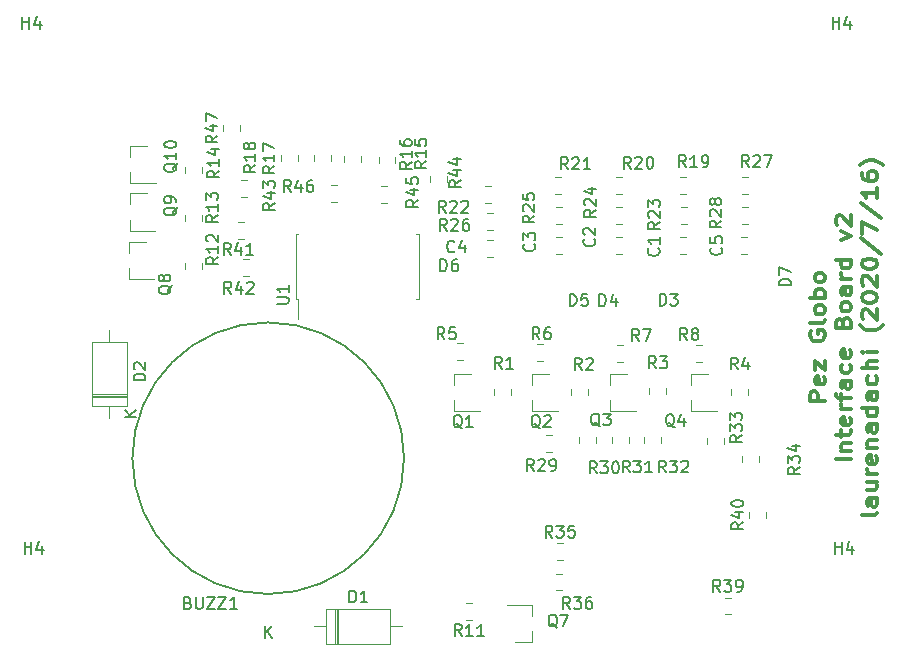
<source format=gbr>
G04 #@! TF.GenerationSoftware,KiCad,Pcbnew,(5.1.6-0-10_14)*
G04 #@! TF.CreationDate,2020-07-24T18:59:42-04:00*
G04 #@! TF.ProjectId,Pufferfish-Interface-2,50756666-6572-4666-9973-682d496e7465,rev?*
G04 #@! TF.SameCoordinates,Original*
G04 #@! TF.FileFunction,Legend,Top*
G04 #@! TF.FilePolarity,Positive*
%FSLAX46Y46*%
G04 Gerber Fmt 4.6, Leading zero omitted, Abs format (unit mm)*
G04 Created by KiCad (PCBNEW (5.1.6-0-10_14)) date 2020-07-24 18:59:42*
%MOMM*%
%LPD*%
G01*
G04 APERTURE LIST*
%ADD10C,0.300000*%
%ADD11C,0.120000*%
%ADD12C,0.203200*%
%ADD13C,0.150000*%
G04 APERTURE END LIST*
D10*
X63134443Y-34552057D02*
X61864443Y-34552057D01*
X61864443Y-33980628D01*
X61924920Y-33837771D01*
X61985396Y-33766342D01*
X62106348Y-33694914D01*
X62287777Y-33694914D01*
X62408729Y-33766342D01*
X62469205Y-33837771D01*
X62529681Y-33980628D01*
X62529681Y-34552057D01*
X63073967Y-32480628D02*
X63134443Y-32623485D01*
X63134443Y-32909200D01*
X63073967Y-33052057D01*
X62953015Y-33123485D01*
X62469205Y-33123485D01*
X62348253Y-33052057D01*
X62287777Y-32909200D01*
X62287777Y-32623485D01*
X62348253Y-32480628D01*
X62469205Y-32409200D01*
X62590158Y-32409200D01*
X62711110Y-33123485D01*
X62287777Y-31909200D02*
X62287777Y-31123485D01*
X63134443Y-31909200D01*
X63134443Y-31123485D01*
X61924920Y-28623485D02*
X61864443Y-28766342D01*
X61864443Y-28980628D01*
X61924920Y-29194914D01*
X62045872Y-29337771D01*
X62166824Y-29409200D01*
X62408729Y-29480628D01*
X62590158Y-29480628D01*
X62832062Y-29409200D01*
X62953015Y-29337771D01*
X63073967Y-29194914D01*
X63134443Y-28980628D01*
X63134443Y-28837771D01*
X63073967Y-28623485D01*
X63013491Y-28552057D01*
X62590158Y-28552057D01*
X62590158Y-28837771D01*
X63134443Y-27694914D02*
X63073967Y-27837771D01*
X62953015Y-27909200D01*
X61864443Y-27909200D01*
X63134443Y-26909200D02*
X63073967Y-27052057D01*
X63013491Y-27123485D01*
X62892539Y-27194914D01*
X62529681Y-27194914D01*
X62408729Y-27123485D01*
X62348253Y-27052057D01*
X62287777Y-26909200D01*
X62287777Y-26694914D01*
X62348253Y-26552057D01*
X62408729Y-26480628D01*
X62529681Y-26409200D01*
X62892539Y-26409200D01*
X63013491Y-26480628D01*
X63073967Y-26552057D01*
X63134443Y-26694914D01*
X63134443Y-26909200D01*
X63134443Y-25766342D02*
X61864443Y-25766342D01*
X62348253Y-25766342D02*
X62287777Y-25623485D01*
X62287777Y-25337771D01*
X62348253Y-25194914D01*
X62408729Y-25123485D01*
X62529681Y-25052057D01*
X62892539Y-25052057D01*
X63013491Y-25123485D01*
X63073967Y-25194914D01*
X63134443Y-25337771D01*
X63134443Y-25623485D01*
X63073967Y-25766342D01*
X63134443Y-24194914D02*
X63073967Y-24337771D01*
X63013491Y-24409200D01*
X62892539Y-24480628D01*
X62529681Y-24480628D01*
X62408729Y-24409200D01*
X62348253Y-24337771D01*
X62287777Y-24194914D01*
X62287777Y-23980628D01*
X62348253Y-23837771D01*
X62408729Y-23766342D01*
X62529681Y-23694914D01*
X62892539Y-23694914D01*
X63013491Y-23766342D01*
X63073967Y-23837771D01*
X63134443Y-23980628D01*
X63134443Y-24194914D01*
X65339443Y-39444914D02*
X64069443Y-39444914D01*
X64492777Y-38730628D02*
X65339443Y-38730628D01*
X64613729Y-38730628D02*
X64553253Y-38659200D01*
X64492777Y-38516342D01*
X64492777Y-38302057D01*
X64553253Y-38159200D01*
X64674205Y-38087771D01*
X65339443Y-38087771D01*
X64492777Y-37587771D02*
X64492777Y-37016342D01*
X64069443Y-37373485D02*
X65158015Y-37373485D01*
X65278967Y-37302057D01*
X65339443Y-37159200D01*
X65339443Y-37016342D01*
X65278967Y-35944914D02*
X65339443Y-36087771D01*
X65339443Y-36373485D01*
X65278967Y-36516342D01*
X65158015Y-36587771D01*
X64674205Y-36587771D01*
X64553253Y-36516342D01*
X64492777Y-36373485D01*
X64492777Y-36087771D01*
X64553253Y-35944914D01*
X64674205Y-35873485D01*
X64795158Y-35873485D01*
X64916110Y-36587771D01*
X65339443Y-35230628D02*
X64492777Y-35230628D01*
X64734681Y-35230628D02*
X64613729Y-35159200D01*
X64553253Y-35087771D01*
X64492777Y-34944914D01*
X64492777Y-34802057D01*
X64492777Y-34516342D02*
X64492777Y-33944914D01*
X65339443Y-34302057D02*
X64250872Y-34302057D01*
X64129920Y-34230628D01*
X64069443Y-34087771D01*
X64069443Y-33944914D01*
X65339443Y-32802057D02*
X64674205Y-32802057D01*
X64553253Y-32873485D01*
X64492777Y-33016342D01*
X64492777Y-33302057D01*
X64553253Y-33444914D01*
X65278967Y-32802057D02*
X65339443Y-32944914D01*
X65339443Y-33302057D01*
X65278967Y-33444914D01*
X65158015Y-33516342D01*
X65037062Y-33516342D01*
X64916110Y-33444914D01*
X64855634Y-33302057D01*
X64855634Y-32944914D01*
X64795158Y-32802057D01*
X65278967Y-31444914D02*
X65339443Y-31587771D01*
X65339443Y-31873485D01*
X65278967Y-32016342D01*
X65218491Y-32087771D01*
X65097539Y-32159200D01*
X64734681Y-32159200D01*
X64613729Y-32087771D01*
X64553253Y-32016342D01*
X64492777Y-31873485D01*
X64492777Y-31587771D01*
X64553253Y-31444914D01*
X65278967Y-30230628D02*
X65339443Y-30373485D01*
X65339443Y-30659200D01*
X65278967Y-30802057D01*
X65158015Y-30873485D01*
X64674205Y-30873485D01*
X64553253Y-30802057D01*
X64492777Y-30659200D01*
X64492777Y-30373485D01*
X64553253Y-30230628D01*
X64674205Y-30159200D01*
X64795158Y-30159200D01*
X64916110Y-30873485D01*
X64674205Y-27873485D02*
X64734681Y-27659200D01*
X64795158Y-27587771D01*
X64916110Y-27516342D01*
X65097539Y-27516342D01*
X65218491Y-27587771D01*
X65278967Y-27659200D01*
X65339443Y-27802057D01*
X65339443Y-28373485D01*
X64069443Y-28373485D01*
X64069443Y-27873485D01*
X64129920Y-27730628D01*
X64190396Y-27659200D01*
X64311348Y-27587771D01*
X64432300Y-27587771D01*
X64553253Y-27659200D01*
X64613729Y-27730628D01*
X64674205Y-27873485D01*
X64674205Y-28373485D01*
X65339443Y-26659200D02*
X65278967Y-26802057D01*
X65218491Y-26873485D01*
X65097539Y-26944914D01*
X64734681Y-26944914D01*
X64613729Y-26873485D01*
X64553253Y-26802057D01*
X64492777Y-26659200D01*
X64492777Y-26444914D01*
X64553253Y-26302057D01*
X64613729Y-26230628D01*
X64734681Y-26159200D01*
X65097539Y-26159200D01*
X65218491Y-26230628D01*
X65278967Y-26302057D01*
X65339443Y-26444914D01*
X65339443Y-26659200D01*
X65339443Y-24873485D02*
X64674205Y-24873485D01*
X64553253Y-24944914D01*
X64492777Y-25087771D01*
X64492777Y-25373485D01*
X64553253Y-25516342D01*
X65278967Y-24873485D02*
X65339443Y-25016342D01*
X65339443Y-25373485D01*
X65278967Y-25516342D01*
X65158015Y-25587771D01*
X65037062Y-25587771D01*
X64916110Y-25516342D01*
X64855634Y-25373485D01*
X64855634Y-25016342D01*
X64795158Y-24873485D01*
X65339443Y-24159200D02*
X64492777Y-24159200D01*
X64734681Y-24159200D02*
X64613729Y-24087771D01*
X64553253Y-24016342D01*
X64492777Y-23873485D01*
X64492777Y-23730628D01*
X65339443Y-22587771D02*
X64069443Y-22587771D01*
X65278967Y-22587771D02*
X65339443Y-22730628D01*
X65339443Y-23016342D01*
X65278967Y-23159200D01*
X65218491Y-23230628D01*
X65097539Y-23302057D01*
X64734681Y-23302057D01*
X64613729Y-23230628D01*
X64553253Y-23159200D01*
X64492777Y-23016342D01*
X64492777Y-22730628D01*
X64553253Y-22587771D01*
X64492777Y-20873485D02*
X65339443Y-20516342D01*
X64492777Y-20159200D01*
X64190396Y-19659200D02*
X64129920Y-19587771D01*
X64069443Y-19444914D01*
X64069443Y-19087771D01*
X64129920Y-18944914D01*
X64190396Y-18873485D01*
X64311348Y-18802057D01*
X64432300Y-18802057D01*
X64613729Y-18873485D01*
X65339443Y-19730628D01*
X65339443Y-18802057D01*
X67544443Y-43980628D02*
X67483967Y-44123485D01*
X67363015Y-44194914D01*
X66274443Y-44194914D01*
X67544443Y-42766342D02*
X66879205Y-42766342D01*
X66758253Y-42837771D01*
X66697777Y-42980628D01*
X66697777Y-43266342D01*
X66758253Y-43409200D01*
X67483967Y-42766342D02*
X67544443Y-42909200D01*
X67544443Y-43266342D01*
X67483967Y-43409200D01*
X67363015Y-43480628D01*
X67242062Y-43480628D01*
X67121110Y-43409200D01*
X67060634Y-43266342D01*
X67060634Y-42909200D01*
X67000158Y-42766342D01*
X66697777Y-41409200D02*
X67544443Y-41409200D01*
X66697777Y-42052057D02*
X67363015Y-42052057D01*
X67483967Y-41980628D01*
X67544443Y-41837771D01*
X67544443Y-41623485D01*
X67483967Y-41480628D01*
X67423491Y-41409200D01*
X67544443Y-40694914D02*
X66697777Y-40694914D01*
X66939681Y-40694914D02*
X66818729Y-40623485D01*
X66758253Y-40552057D01*
X66697777Y-40409200D01*
X66697777Y-40266342D01*
X67483967Y-39194914D02*
X67544443Y-39337771D01*
X67544443Y-39623485D01*
X67483967Y-39766342D01*
X67363015Y-39837771D01*
X66879205Y-39837771D01*
X66758253Y-39766342D01*
X66697777Y-39623485D01*
X66697777Y-39337771D01*
X66758253Y-39194914D01*
X66879205Y-39123485D01*
X67000158Y-39123485D01*
X67121110Y-39837771D01*
X66697777Y-38480628D02*
X67544443Y-38480628D01*
X66818729Y-38480628D02*
X66758253Y-38409200D01*
X66697777Y-38266342D01*
X66697777Y-38052057D01*
X66758253Y-37909200D01*
X66879205Y-37837771D01*
X67544443Y-37837771D01*
X67544443Y-36480628D02*
X66879205Y-36480628D01*
X66758253Y-36552057D01*
X66697777Y-36694914D01*
X66697777Y-36980628D01*
X66758253Y-37123485D01*
X67483967Y-36480628D02*
X67544443Y-36623485D01*
X67544443Y-36980628D01*
X67483967Y-37123485D01*
X67363015Y-37194914D01*
X67242062Y-37194914D01*
X67121110Y-37123485D01*
X67060634Y-36980628D01*
X67060634Y-36623485D01*
X67000158Y-36480628D01*
X67544443Y-35123485D02*
X66274443Y-35123485D01*
X67483967Y-35123485D02*
X67544443Y-35266342D01*
X67544443Y-35552057D01*
X67483967Y-35694914D01*
X67423491Y-35766342D01*
X67302539Y-35837771D01*
X66939681Y-35837771D01*
X66818729Y-35766342D01*
X66758253Y-35694914D01*
X66697777Y-35552057D01*
X66697777Y-35266342D01*
X66758253Y-35123485D01*
X67544443Y-33766342D02*
X66879205Y-33766342D01*
X66758253Y-33837771D01*
X66697777Y-33980628D01*
X66697777Y-34266342D01*
X66758253Y-34409200D01*
X67483967Y-33766342D02*
X67544443Y-33909200D01*
X67544443Y-34266342D01*
X67483967Y-34409200D01*
X67363015Y-34480628D01*
X67242062Y-34480628D01*
X67121110Y-34409200D01*
X67060634Y-34266342D01*
X67060634Y-33909200D01*
X67000158Y-33766342D01*
X67483967Y-32409200D02*
X67544443Y-32552057D01*
X67544443Y-32837771D01*
X67483967Y-32980628D01*
X67423491Y-33052057D01*
X67302539Y-33123485D01*
X66939681Y-33123485D01*
X66818729Y-33052057D01*
X66758253Y-32980628D01*
X66697777Y-32837771D01*
X66697777Y-32552057D01*
X66758253Y-32409200D01*
X67544443Y-31766342D02*
X66274443Y-31766342D01*
X67544443Y-31123485D02*
X66879205Y-31123485D01*
X66758253Y-31194914D01*
X66697777Y-31337771D01*
X66697777Y-31552057D01*
X66758253Y-31694914D01*
X66818729Y-31766342D01*
X67544443Y-30409200D02*
X66697777Y-30409200D01*
X66274443Y-30409200D02*
X66334920Y-30480628D01*
X66395396Y-30409200D01*
X66334920Y-30337771D01*
X66274443Y-30409200D01*
X66395396Y-30409200D01*
X68028253Y-28123485D02*
X67967777Y-28194914D01*
X67786348Y-28337771D01*
X67665396Y-28409200D01*
X67483967Y-28480628D01*
X67181586Y-28552057D01*
X66939681Y-28552057D01*
X66637300Y-28480628D01*
X66455872Y-28409200D01*
X66334920Y-28337771D01*
X66153491Y-28194914D01*
X66093015Y-28123485D01*
X66395396Y-27623485D02*
X66334920Y-27552057D01*
X66274443Y-27409200D01*
X66274443Y-27052057D01*
X66334920Y-26909200D01*
X66395396Y-26837771D01*
X66516348Y-26766342D01*
X66637300Y-26766342D01*
X66818729Y-26837771D01*
X67544443Y-27694914D01*
X67544443Y-26766342D01*
X66274443Y-25837771D02*
X66274443Y-25694914D01*
X66334920Y-25552057D01*
X66395396Y-25480628D01*
X66516348Y-25409200D01*
X66758253Y-25337771D01*
X67060634Y-25337771D01*
X67302539Y-25409200D01*
X67423491Y-25480628D01*
X67483967Y-25552057D01*
X67544443Y-25694914D01*
X67544443Y-25837771D01*
X67483967Y-25980628D01*
X67423491Y-26052057D01*
X67302539Y-26123485D01*
X67060634Y-26194914D01*
X66758253Y-26194914D01*
X66516348Y-26123485D01*
X66395396Y-26052057D01*
X66334920Y-25980628D01*
X66274443Y-25837771D01*
X66395396Y-24766342D02*
X66334920Y-24694914D01*
X66274443Y-24552057D01*
X66274443Y-24194914D01*
X66334920Y-24052057D01*
X66395396Y-23980628D01*
X66516348Y-23909200D01*
X66637300Y-23909200D01*
X66818729Y-23980628D01*
X67544443Y-24837771D01*
X67544443Y-23909200D01*
X66274443Y-22980628D02*
X66274443Y-22837771D01*
X66334920Y-22694914D01*
X66395396Y-22623485D01*
X66516348Y-22552057D01*
X66758253Y-22480628D01*
X67060634Y-22480628D01*
X67302539Y-22552057D01*
X67423491Y-22623485D01*
X67483967Y-22694914D01*
X67544443Y-22837771D01*
X67544443Y-22980628D01*
X67483967Y-23123485D01*
X67423491Y-23194914D01*
X67302539Y-23266342D01*
X67060634Y-23337771D01*
X66758253Y-23337771D01*
X66516348Y-23266342D01*
X66395396Y-23194914D01*
X66334920Y-23123485D01*
X66274443Y-22980628D01*
X66213967Y-20766342D02*
X67846824Y-22052057D01*
X66274443Y-20409200D02*
X66274443Y-19409200D01*
X67544443Y-20052057D01*
X66213967Y-17766342D02*
X67846824Y-19052057D01*
X67544443Y-16480628D02*
X67544443Y-17337771D01*
X67544443Y-16909200D02*
X66274443Y-16909200D01*
X66455872Y-17052057D01*
X66576824Y-17194914D01*
X66637300Y-17337771D01*
X66274443Y-15194914D02*
X66274443Y-15480628D01*
X66334920Y-15623485D01*
X66395396Y-15694914D01*
X66576824Y-15837771D01*
X66818729Y-15909200D01*
X67302539Y-15909200D01*
X67423491Y-15837771D01*
X67483967Y-15766342D01*
X67544443Y-15623485D01*
X67544443Y-15337771D01*
X67483967Y-15194914D01*
X67423491Y-15123485D01*
X67302539Y-15052057D01*
X67000158Y-15052057D01*
X66879205Y-15123485D01*
X66818729Y-15194914D01*
X66758253Y-15337771D01*
X66758253Y-15623485D01*
X66818729Y-15766342D01*
X66879205Y-15837771D01*
X67000158Y-15909200D01*
X68028253Y-14552057D02*
X67967777Y-14480628D01*
X67786348Y-14337771D01*
X67665396Y-14266342D01*
X67483967Y-14194914D01*
X67181586Y-14123485D01*
X66939681Y-14123485D01*
X66637300Y-14194914D01*
X66455872Y-14266342D01*
X66334920Y-14337771D01*
X66153491Y-14480628D01*
X66093015Y-14552057D01*
D11*
X13610660Y-11683738D02*
X13610660Y-11166582D01*
X12190660Y-11683738D02*
X12190660Y-11166582D01*
X21866358Y-16249580D02*
X21349202Y-16249580D01*
X21866358Y-17669580D02*
X21349202Y-17669580D01*
X26072598Y-16341020D02*
X25555442Y-16341020D01*
X26072598Y-17761020D02*
X25555442Y-17761020D01*
X31146820Y-15956018D02*
X31146820Y-15438862D01*
X29726820Y-15956018D02*
X29726820Y-15438862D01*
X14177778Y-15845720D02*
X13660622Y-15845720D01*
X14177778Y-17265720D02*
X13660622Y-17265720D01*
X14378438Y-22485280D02*
X13861282Y-22485280D01*
X14378438Y-23905280D02*
X13861282Y-23905280D01*
X13984738Y-19366160D02*
X13467582Y-19366160D01*
X13984738Y-20786160D02*
X13467582Y-20786160D01*
X58131780Y-44426638D02*
X58131780Y-43909482D01*
X56711780Y-44426638D02*
X56711780Y-43909482D01*
X54646062Y-52584420D02*
X55163218Y-52584420D01*
X54646062Y-51164420D02*
X55163218Y-51164420D01*
X40863018Y-49140040D02*
X40345862Y-49140040D01*
X40863018Y-50560040D02*
X40345862Y-50560040D01*
X40445162Y-47992100D02*
X40962318Y-47992100D01*
X40445162Y-46572100D02*
X40962318Y-46572100D01*
X56104720Y-39156902D02*
X56104720Y-39674058D01*
X57524720Y-39156902D02*
X57524720Y-39674058D01*
X53148160Y-37691562D02*
X53148160Y-38208718D01*
X54568160Y-37691562D02*
X54568160Y-38208718D01*
X47842100Y-37605202D02*
X47842100Y-38122358D01*
X49262100Y-37605202D02*
X49262100Y-38122358D01*
X45147160Y-37605202D02*
X45147160Y-38122358D01*
X46567160Y-37605202D02*
X46567160Y-38122358D01*
X42322680Y-37605202D02*
X42322680Y-38122358D01*
X43742680Y-37605202D02*
X43742680Y-38122358D01*
X39540682Y-38850640D02*
X40057838Y-38850640D01*
X39540682Y-37430640D02*
X40057838Y-37430640D01*
D12*
X27502000Y-39370000D02*
G75*
G03*
X27502000Y-39370000I-11500000J0D01*
G01*
D11*
X50873922Y-22046000D02*
X51391078Y-22046000D01*
X50873922Y-20626000D02*
X51391078Y-20626000D01*
X45461422Y-22046000D02*
X45978578Y-22046000D01*
X45461422Y-20626000D02*
X45978578Y-20626000D01*
X40381422Y-20626000D02*
X40898578Y-20626000D01*
X40381422Y-22046000D02*
X40898578Y-22046000D01*
X34539422Y-20880000D02*
X35056578Y-20880000D01*
X34539422Y-22300000D02*
X35056578Y-22300000D01*
X56050922Y-20626000D02*
X56568078Y-20626000D01*
X56050922Y-22046000D02*
X56568078Y-22046000D01*
X20902000Y-52124000D02*
X20902000Y-55064000D01*
X20902000Y-55064000D02*
X26342000Y-55064000D01*
X26342000Y-55064000D02*
X26342000Y-52124000D01*
X26342000Y-52124000D02*
X20902000Y-52124000D01*
X19882000Y-53594000D02*
X20902000Y-53594000D01*
X27362000Y-53594000D02*
X26342000Y-53594000D01*
X21802000Y-52124000D02*
X21802000Y-55064000D01*
X21922000Y-52124000D02*
X21922000Y-55064000D01*
X21682000Y-52124000D02*
X21682000Y-55064000D01*
X1070000Y-34198000D02*
X4010000Y-34198000D01*
X1070000Y-33958000D02*
X4010000Y-33958000D01*
X1070000Y-34078000D02*
X4010000Y-34078000D01*
X2540000Y-28518000D02*
X2540000Y-29538000D01*
X2540000Y-35998000D02*
X2540000Y-34978000D01*
X1070000Y-29538000D02*
X1070000Y-34978000D01*
X4010000Y-29538000D02*
X1070000Y-29538000D01*
X4010000Y-34978000D02*
X4010000Y-29538000D01*
X1070000Y-34978000D02*
X4010000Y-34978000D01*
X31752000Y-32202000D02*
X31752000Y-33132000D01*
X31752000Y-35362000D02*
X31752000Y-34432000D01*
X31752000Y-35362000D02*
X33912000Y-35362000D01*
X31752000Y-32202000D02*
X33212000Y-32202000D01*
X38356000Y-32202000D02*
X39816000Y-32202000D01*
X38356000Y-35362000D02*
X40516000Y-35362000D01*
X38356000Y-35362000D02*
X38356000Y-34432000D01*
X38356000Y-32202000D02*
X38356000Y-33132000D01*
X44960000Y-32202000D02*
X44960000Y-33132000D01*
X44960000Y-35362000D02*
X44960000Y-34432000D01*
X44960000Y-35362000D02*
X47120000Y-35362000D01*
X44960000Y-32202000D02*
X46420000Y-32202000D01*
X51818000Y-32202000D02*
X53278000Y-32202000D01*
X51818000Y-35362000D02*
X53978000Y-35362000D01*
X51818000Y-35362000D02*
X51818000Y-34432000D01*
X51818000Y-32202000D02*
X51818000Y-33132000D01*
X38352000Y-54920000D02*
X38352000Y-53990000D01*
X38352000Y-51760000D02*
X38352000Y-52690000D01*
X38352000Y-51760000D02*
X36192000Y-51760000D01*
X38352000Y-54920000D02*
X36892000Y-54920000D01*
X4210780Y-21036160D02*
X4210780Y-21966160D01*
X4210780Y-24196160D02*
X4210780Y-23266160D01*
X4210780Y-24196160D02*
X6370780Y-24196160D01*
X4210780Y-21036160D02*
X5670780Y-21036160D01*
X4287740Y-16941720D02*
X5747740Y-16941720D01*
X4287740Y-20101720D02*
X6447740Y-20101720D01*
X4287740Y-20101720D02*
X4287740Y-19171720D01*
X4287740Y-16941720D02*
X4287740Y-17871720D01*
X4320000Y-12898000D02*
X5780000Y-12898000D01*
X4320000Y-16058000D02*
X6480000Y-16058000D01*
X4320000Y-16058000D02*
X4320000Y-15128000D01*
X4320000Y-12898000D02*
X4320000Y-13828000D01*
X36524000Y-34040578D02*
X36524000Y-33523422D01*
X35104000Y-34040578D02*
X35104000Y-33523422D01*
X41631800Y-34040578D02*
X41631800Y-33523422D01*
X43051800Y-34040578D02*
X43051800Y-33523422D01*
X49686280Y-33933898D02*
X49686280Y-33416742D01*
X48266280Y-33933898D02*
X48266280Y-33416742D01*
X55170000Y-34040578D02*
X55170000Y-33523422D01*
X56590000Y-34040578D02*
X56590000Y-33523422D01*
X32506658Y-31070620D02*
X31989502Y-31070620D01*
X32506658Y-29650620D02*
X31989502Y-29650620D01*
X39267898Y-29729360D02*
X38750742Y-29729360D01*
X39267898Y-31149360D02*
X38750742Y-31149360D01*
X46057078Y-31228100D02*
X45539922Y-31228100D01*
X46057078Y-29808100D02*
X45539922Y-29808100D01*
X52757598Y-29770000D02*
X52240442Y-29770000D01*
X52757598Y-31190000D02*
X52240442Y-31190000D01*
X33278578Y-53034000D02*
X32761422Y-53034000D01*
X33278578Y-51614000D02*
X32761422Y-51614000D01*
X10362000Y-23372578D02*
X10362000Y-22855422D01*
X8942000Y-23372578D02*
X8942000Y-22855422D01*
X8942000Y-19308578D02*
X8942000Y-18791422D01*
X10362000Y-19308578D02*
X10362000Y-18791422D01*
X10362000Y-15244578D02*
X10362000Y-14727422D01*
X8942000Y-15244578D02*
X8942000Y-14727422D01*
X26775480Y-13881842D02*
X26775480Y-14398998D01*
X25355480Y-13881842D02*
X25355480Y-14398998D01*
X22406540Y-13749282D02*
X22406540Y-14266438D01*
X23826540Y-13749282D02*
X23826540Y-14266438D01*
X21286540Y-13670782D02*
X21286540Y-14187938D01*
X19866540Y-13670782D02*
X19866540Y-14187938D01*
X17072540Y-13670782D02*
X17072540Y-14187938D01*
X18492540Y-13670782D02*
X18492540Y-14187938D01*
X50873922Y-15546000D02*
X51391078Y-15546000D01*
X50873922Y-16966000D02*
X51391078Y-16966000D01*
X45461422Y-15546000D02*
X45978578Y-15546000D01*
X45461422Y-16966000D02*
X45978578Y-16966000D01*
X40302922Y-16966000D02*
X40820078Y-16966000D01*
X40302922Y-15546000D02*
X40820078Y-15546000D01*
X34363922Y-17728000D02*
X34881078Y-17728000D01*
X34363922Y-16308000D02*
X34881078Y-16308000D01*
X51488078Y-19506000D02*
X50970922Y-19506000D01*
X51488078Y-18086000D02*
X50970922Y-18086000D01*
X45978578Y-18086000D02*
X45461422Y-18086000D01*
X45978578Y-19506000D02*
X45461422Y-19506000D01*
X40898578Y-19506000D02*
X40381422Y-19506000D01*
X40898578Y-18086000D02*
X40381422Y-18086000D01*
X35056578Y-20014000D02*
X34539422Y-20014000D01*
X35056578Y-18594000D02*
X34539422Y-18594000D01*
X56129422Y-16966000D02*
X56646578Y-16966000D01*
X56129422Y-15546000D02*
X56646578Y-15546000D01*
X56646578Y-19506000D02*
X56129422Y-19506000D01*
X56646578Y-18086000D02*
X56129422Y-18086000D01*
X28735480Y-23149560D02*
X28735480Y-20389560D01*
X28735480Y-20389560D02*
X28530480Y-20389560D01*
X28735480Y-23149560D02*
X28735480Y-25909560D01*
X28735480Y-25909560D02*
X28530480Y-25909560D01*
X18315480Y-23149560D02*
X18315480Y-20389560D01*
X18315480Y-20389560D02*
X18520480Y-20389560D01*
X18315480Y-23149560D02*
X18315480Y-25909560D01*
X18315480Y-25909560D02*
X18520480Y-25909560D01*
X18520480Y-25909560D02*
X18520480Y-27599560D01*
D13*
X-4803044Y-3000380D02*
X-4803044Y-2000380D01*
X-4803044Y-2476571D02*
X-4231616Y-2476571D01*
X-4231616Y-3000380D02*
X-4231616Y-2000380D01*
X-3326854Y-2333714D02*
X-3326854Y-3000380D01*
X-3564949Y-1952761D02*
X-3803044Y-2667047D01*
X-3183997Y-2667047D01*
X-4617624Y-47450380D02*
X-4617624Y-46450380D01*
X-4617624Y-46926571D02*
X-4046196Y-46926571D01*
X-4046196Y-47450380D02*
X-4046196Y-46450380D01*
X-3141434Y-46783714D02*
X-3141434Y-47450380D01*
X-3379529Y-46402761D02*
X-3617624Y-47117047D01*
X-2998577Y-47117047D01*
X63972535Y-47450380D02*
X63972535Y-46450380D01*
X63972535Y-46926571D02*
X64543963Y-46926571D01*
X64543963Y-47450380D02*
X64543963Y-46450380D01*
X65448725Y-46783714D02*
X65448725Y-47450380D01*
X65210630Y-46402761D02*
X64972535Y-47117047D01*
X65591582Y-47117047D01*
X63789655Y-3000380D02*
X63789655Y-2000380D01*
X63789655Y-2476571D02*
X64361083Y-2476571D01*
X64361083Y-3000380D02*
X64361083Y-2000380D01*
X65265845Y-2333714D02*
X65265845Y-3000380D01*
X65027750Y-1952761D02*
X64789655Y-2667047D01*
X65408702Y-2667047D01*
X11703040Y-12068017D02*
X11226850Y-12401350D01*
X11703040Y-12639445D02*
X10703040Y-12639445D01*
X10703040Y-12258493D01*
X10750660Y-12163255D01*
X10798279Y-12115636D01*
X10893517Y-12068017D01*
X11036374Y-12068017D01*
X11131612Y-12115636D01*
X11179231Y-12163255D01*
X11226850Y-12258493D01*
X11226850Y-12639445D01*
X11036374Y-11210874D02*
X11703040Y-11210874D01*
X10655421Y-11448969D02*
X11369707Y-11687064D01*
X11369707Y-11068017D01*
X10703040Y-10782302D02*
X10703040Y-10115636D01*
X11703040Y-10544207D01*
X17924542Y-16822680D02*
X17591209Y-16346490D01*
X17353114Y-16822680D02*
X17353114Y-15822680D01*
X17734066Y-15822680D01*
X17829304Y-15870300D01*
X17876923Y-15917919D01*
X17924542Y-16013157D01*
X17924542Y-16156014D01*
X17876923Y-16251252D01*
X17829304Y-16298871D01*
X17734066Y-16346490D01*
X17353114Y-16346490D01*
X18781685Y-16156014D02*
X18781685Y-16822680D01*
X18543590Y-15775061D02*
X18305495Y-16489347D01*
X18924542Y-16489347D01*
X19734066Y-15822680D02*
X19543590Y-15822680D01*
X19448352Y-15870300D01*
X19400733Y-15917919D01*
X19305495Y-16060776D01*
X19257876Y-16251252D01*
X19257876Y-16632204D01*
X19305495Y-16727442D01*
X19353114Y-16775061D01*
X19448352Y-16822680D01*
X19638828Y-16822680D01*
X19734066Y-16775061D01*
X19781685Y-16727442D01*
X19829304Y-16632204D01*
X19829304Y-16394109D01*
X19781685Y-16298871D01*
X19734066Y-16251252D01*
X19638828Y-16203633D01*
X19448352Y-16203633D01*
X19353114Y-16251252D01*
X19305495Y-16298871D01*
X19257876Y-16394109D01*
X28702260Y-17488137D02*
X28226070Y-17821470D01*
X28702260Y-18059565D02*
X27702260Y-18059565D01*
X27702260Y-17678613D01*
X27749880Y-17583375D01*
X27797499Y-17535756D01*
X27892737Y-17488137D01*
X28035594Y-17488137D01*
X28130832Y-17535756D01*
X28178451Y-17583375D01*
X28226070Y-17678613D01*
X28226070Y-18059565D01*
X28035594Y-16630994D02*
X28702260Y-16630994D01*
X27654641Y-16869089D02*
X28368927Y-17107184D01*
X28368927Y-16488137D01*
X27702260Y-15630994D02*
X27702260Y-16107184D01*
X28178451Y-16154803D01*
X28130832Y-16107184D01*
X28083213Y-16011946D01*
X28083213Y-15773851D01*
X28130832Y-15678613D01*
X28178451Y-15630994D01*
X28273689Y-15583375D01*
X28511784Y-15583375D01*
X28607022Y-15630994D01*
X28654641Y-15678613D01*
X28702260Y-15773851D01*
X28702260Y-16011946D01*
X28654641Y-16107184D01*
X28607022Y-16154803D01*
X32311600Y-15852377D02*
X31835410Y-16185710D01*
X32311600Y-16423805D02*
X31311600Y-16423805D01*
X31311600Y-16042853D01*
X31359220Y-15947615D01*
X31406839Y-15899996D01*
X31502077Y-15852377D01*
X31644934Y-15852377D01*
X31740172Y-15899996D01*
X31787791Y-15947615D01*
X31835410Y-16042853D01*
X31835410Y-16423805D01*
X31644934Y-14995234D02*
X32311600Y-14995234D01*
X31263981Y-15233329D02*
X31978267Y-15471424D01*
X31978267Y-14852377D01*
X31644934Y-14042853D02*
X32311600Y-14042853D01*
X31263981Y-14280948D02*
X31978267Y-14519043D01*
X31978267Y-13899996D01*
X16571220Y-17775157D02*
X16095030Y-18108490D01*
X16571220Y-18346585D02*
X15571220Y-18346585D01*
X15571220Y-17965633D01*
X15618840Y-17870395D01*
X15666459Y-17822776D01*
X15761697Y-17775157D01*
X15904554Y-17775157D01*
X15999792Y-17822776D01*
X16047411Y-17870395D01*
X16095030Y-17965633D01*
X16095030Y-18346585D01*
X15904554Y-16918014D02*
X16571220Y-16918014D01*
X15523601Y-17156109D02*
X16237887Y-17394204D01*
X16237887Y-16775157D01*
X15571220Y-16489442D02*
X15571220Y-15870395D01*
X15952173Y-16203728D01*
X15952173Y-16060871D01*
X15999792Y-15965633D01*
X16047411Y-15918014D01*
X16142649Y-15870395D01*
X16380744Y-15870395D01*
X16475982Y-15918014D01*
X16523601Y-15965633D01*
X16571220Y-16060871D01*
X16571220Y-16346585D01*
X16523601Y-16441823D01*
X16475982Y-16489442D01*
X12872482Y-25428200D02*
X12539149Y-24952010D01*
X12301054Y-25428200D02*
X12301054Y-24428200D01*
X12682006Y-24428200D01*
X12777244Y-24475820D01*
X12824863Y-24523439D01*
X12872482Y-24618677D01*
X12872482Y-24761534D01*
X12824863Y-24856772D01*
X12777244Y-24904391D01*
X12682006Y-24952010D01*
X12301054Y-24952010D01*
X13729625Y-24761534D02*
X13729625Y-25428200D01*
X13491530Y-24380581D02*
X13253435Y-25094867D01*
X13872482Y-25094867D01*
X14205816Y-24523439D02*
X14253435Y-24475820D01*
X14348673Y-24428200D01*
X14586768Y-24428200D01*
X14682006Y-24475820D01*
X14729625Y-24523439D01*
X14777244Y-24618677D01*
X14777244Y-24713915D01*
X14729625Y-24856772D01*
X14158197Y-25428200D01*
X14777244Y-25428200D01*
X12821682Y-22154140D02*
X12488349Y-21677950D01*
X12250254Y-22154140D02*
X12250254Y-21154140D01*
X12631206Y-21154140D01*
X12726444Y-21201760D01*
X12774063Y-21249379D01*
X12821682Y-21344617D01*
X12821682Y-21487474D01*
X12774063Y-21582712D01*
X12726444Y-21630331D01*
X12631206Y-21677950D01*
X12250254Y-21677950D01*
X13678825Y-21487474D02*
X13678825Y-22154140D01*
X13440730Y-21106521D02*
X13202635Y-21820807D01*
X13821682Y-21820807D01*
X14726444Y-22154140D02*
X14155016Y-22154140D01*
X14440730Y-22154140D02*
X14440730Y-21154140D01*
X14345492Y-21296998D01*
X14250254Y-21392236D01*
X14155016Y-21439855D01*
X56224160Y-44810917D02*
X55747970Y-45144250D01*
X56224160Y-45382345D02*
X55224160Y-45382345D01*
X55224160Y-45001393D01*
X55271780Y-44906155D01*
X55319399Y-44858536D01*
X55414637Y-44810917D01*
X55557494Y-44810917D01*
X55652732Y-44858536D01*
X55700351Y-44906155D01*
X55747970Y-45001393D01*
X55747970Y-45382345D01*
X55557494Y-43953774D02*
X56224160Y-43953774D01*
X55176541Y-44191869D02*
X55890827Y-44429964D01*
X55890827Y-43810917D01*
X55224160Y-43239488D02*
X55224160Y-43144250D01*
X55271780Y-43049012D01*
X55319399Y-43001393D01*
X55414637Y-42953774D01*
X55605113Y-42906155D01*
X55843208Y-42906155D01*
X56033684Y-42953774D01*
X56128922Y-43001393D01*
X56176541Y-43049012D01*
X56224160Y-43144250D01*
X56224160Y-43239488D01*
X56176541Y-43334726D01*
X56128922Y-43382345D01*
X56033684Y-43429964D01*
X55843208Y-43477583D01*
X55605113Y-43477583D01*
X55414637Y-43429964D01*
X55319399Y-43382345D01*
X55271780Y-43334726D01*
X55224160Y-43239488D01*
X54261782Y-50676800D02*
X53928449Y-50200610D01*
X53690354Y-50676800D02*
X53690354Y-49676800D01*
X54071306Y-49676800D01*
X54166544Y-49724420D01*
X54214163Y-49772039D01*
X54261782Y-49867277D01*
X54261782Y-50010134D01*
X54214163Y-50105372D01*
X54166544Y-50152991D01*
X54071306Y-50200610D01*
X53690354Y-50200610D01*
X54595116Y-49676800D02*
X55214163Y-49676800D01*
X54880830Y-50057753D01*
X55023687Y-50057753D01*
X55118925Y-50105372D01*
X55166544Y-50152991D01*
X55214163Y-50248229D01*
X55214163Y-50486324D01*
X55166544Y-50581562D01*
X55118925Y-50629181D01*
X55023687Y-50676800D01*
X54737973Y-50676800D01*
X54642735Y-50629181D01*
X54595116Y-50581562D01*
X55690354Y-50676800D02*
X55880830Y-50676800D01*
X55976068Y-50629181D01*
X56023687Y-50581562D01*
X56118925Y-50438705D01*
X56166544Y-50248229D01*
X56166544Y-49867277D01*
X56118925Y-49772039D01*
X56071306Y-49724420D01*
X55976068Y-49676800D01*
X55785592Y-49676800D01*
X55690354Y-49724420D01*
X55642735Y-49772039D01*
X55595116Y-49867277D01*
X55595116Y-50105372D01*
X55642735Y-50200610D01*
X55690354Y-50248229D01*
X55785592Y-50295848D01*
X55976068Y-50295848D01*
X56071306Y-50248229D01*
X56118925Y-50200610D01*
X56166544Y-50105372D01*
X41544002Y-52113440D02*
X41210669Y-51637250D01*
X40972574Y-52113440D02*
X40972574Y-51113440D01*
X41353526Y-51113440D01*
X41448764Y-51161060D01*
X41496383Y-51208679D01*
X41544002Y-51303917D01*
X41544002Y-51446774D01*
X41496383Y-51542012D01*
X41448764Y-51589631D01*
X41353526Y-51637250D01*
X40972574Y-51637250D01*
X41877336Y-51113440D02*
X42496383Y-51113440D01*
X42163050Y-51494393D01*
X42305907Y-51494393D01*
X42401145Y-51542012D01*
X42448764Y-51589631D01*
X42496383Y-51684869D01*
X42496383Y-51922964D01*
X42448764Y-52018202D01*
X42401145Y-52065821D01*
X42305907Y-52113440D01*
X42020193Y-52113440D01*
X41924955Y-52065821D01*
X41877336Y-52018202D01*
X43353526Y-51113440D02*
X43163050Y-51113440D01*
X43067812Y-51161060D01*
X43020193Y-51208679D01*
X42924955Y-51351536D01*
X42877336Y-51542012D01*
X42877336Y-51922964D01*
X42924955Y-52018202D01*
X42972574Y-52065821D01*
X43067812Y-52113440D01*
X43258288Y-52113440D01*
X43353526Y-52065821D01*
X43401145Y-52018202D01*
X43448764Y-51922964D01*
X43448764Y-51684869D01*
X43401145Y-51589631D01*
X43353526Y-51542012D01*
X43258288Y-51494393D01*
X43067812Y-51494393D01*
X42972574Y-51542012D01*
X42924955Y-51589631D01*
X42877336Y-51684869D01*
X40060882Y-46084480D02*
X39727549Y-45608290D01*
X39489454Y-46084480D02*
X39489454Y-45084480D01*
X39870406Y-45084480D01*
X39965644Y-45132100D01*
X40013263Y-45179719D01*
X40060882Y-45274957D01*
X40060882Y-45417814D01*
X40013263Y-45513052D01*
X39965644Y-45560671D01*
X39870406Y-45608290D01*
X39489454Y-45608290D01*
X40394216Y-45084480D02*
X41013263Y-45084480D01*
X40679930Y-45465433D01*
X40822787Y-45465433D01*
X40918025Y-45513052D01*
X40965644Y-45560671D01*
X41013263Y-45655909D01*
X41013263Y-45894004D01*
X40965644Y-45989242D01*
X40918025Y-46036861D01*
X40822787Y-46084480D01*
X40537073Y-46084480D01*
X40441835Y-46036861D01*
X40394216Y-45989242D01*
X41918025Y-45084480D02*
X41441835Y-45084480D01*
X41394216Y-45560671D01*
X41441835Y-45513052D01*
X41537073Y-45465433D01*
X41775168Y-45465433D01*
X41870406Y-45513052D01*
X41918025Y-45560671D01*
X41965644Y-45655909D01*
X41965644Y-45894004D01*
X41918025Y-45989242D01*
X41870406Y-46036861D01*
X41775168Y-46084480D01*
X41537073Y-46084480D01*
X41441835Y-46036861D01*
X41394216Y-45989242D01*
X61008520Y-40111917D02*
X60532330Y-40445250D01*
X61008520Y-40683345D02*
X60008520Y-40683345D01*
X60008520Y-40302393D01*
X60056140Y-40207155D01*
X60103759Y-40159536D01*
X60198997Y-40111917D01*
X60341854Y-40111917D01*
X60437092Y-40159536D01*
X60484711Y-40207155D01*
X60532330Y-40302393D01*
X60532330Y-40683345D01*
X60008520Y-39778583D02*
X60008520Y-39159536D01*
X60389473Y-39492869D01*
X60389473Y-39350012D01*
X60437092Y-39254774D01*
X60484711Y-39207155D01*
X60579949Y-39159536D01*
X60818044Y-39159536D01*
X60913282Y-39207155D01*
X60960901Y-39254774D01*
X61008520Y-39350012D01*
X61008520Y-39635726D01*
X60960901Y-39730964D01*
X60913282Y-39778583D01*
X60341854Y-38302393D02*
X61008520Y-38302393D01*
X59960901Y-38540488D02*
X60675187Y-38778583D01*
X60675187Y-38159536D01*
X56116480Y-37437297D02*
X55640290Y-37770630D01*
X56116480Y-38008725D02*
X55116480Y-38008725D01*
X55116480Y-37627773D01*
X55164100Y-37532535D01*
X55211719Y-37484916D01*
X55306957Y-37437297D01*
X55449814Y-37437297D01*
X55545052Y-37484916D01*
X55592671Y-37532535D01*
X55640290Y-37627773D01*
X55640290Y-38008725D01*
X55116480Y-37103963D02*
X55116480Y-36484916D01*
X55497433Y-36818249D01*
X55497433Y-36675392D01*
X55545052Y-36580154D01*
X55592671Y-36532535D01*
X55687909Y-36484916D01*
X55926004Y-36484916D01*
X56021242Y-36532535D01*
X56068861Y-36580154D01*
X56116480Y-36675392D01*
X56116480Y-36961106D01*
X56068861Y-37056344D01*
X56021242Y-37103963D01*
X55116480Y-36151582D02*
X55116480Y-35532535D01*
X55497433Y-35865868D01*
X55497433Y-35723011D01*
X55545052Y-35627773D01*
X55592671Y-35580154D01*
X55687909Y-35532535D01*
X55926004Y-35532535D01*
X56021242Y-35580154D01*
X56068861Y-35627773D01*
X56116480Y-35723011D01*
X56116480Y-36008725D01*
X56068861Y-36103963D01*
X56021242Y-36151582D01*
X49656762Y-40579300D02*
X49323429Y-40103110D01*
X49085334Y-40579300D02*
X49085334Y-39579300D01*
X49466286Y-39579300D01*
X49561524Y-39626920D01*
X49609143Y-39674539D01*
X49656762Y-39769777D01*
X49656762Y-39912634D01*
X49609143Y-40007872D01*
X49561524Y-40055491D01*
X49466286Y-40103110D01*
X49085334Y-40103110D01*
X49990096Y-39579300D02*
X50609143Y-39579300D01*
X50275810Y-39960253D01*
X50418667Y-39960253D01*
X50513905Y-40007872D01*
X50561524Y-40055491D01*
X50609143Y-40150729D01*
X50609143Y-40388824D01*
X50561524Y-40484062D01*
X50513905Y-40531681D01*
X50418667Y-40579300D01*
X50132953Y-40579300D01*
X50037715Y-40531681D01*
X49990096Y-40484062D01*
X50990096Y-39674539D02*
X51037715Y-39626920D01*
X51132953Y-39579300D01*
X51371048Y-39579300D01*
X51466286Y-39626920D01*
X51513905Y-39674539D01*
X51561524Y-39769777D01*
X51561524Y-39865015D01*
X51513905Y-40007872D01*
X50942477Y-40579300D01*
X51561524Y-40579300D01*
X46596062Y-40579300D02*
X46262729Y-40103110D01*
X46024634Y-40579300D02*
X46024634Y-39579300D01*
X46405586Y-39579300D01*
X46500824Y-39626920D01*
X46548443Y-39674539D01*
X46596062Y-39769777D01*
X46596062Y-39912634D01*
X46548443Y-40007872D01*
X46500824Y-40055491D01*
X46405586Y-40103110D01*
X46024634Y-40103110D01*
X46929396Y-39579300D02*
X47548443Y-39579300D01*
X47215110Y-39960253D01*
X47357967Y-39960253D01*
X47453205Y-40007872D01*
X47500824Y-40055491D01*
X47548443Y-40150729D01*
X47548443Y-40388824D01*
X47500824Y-40484062D01*
X47453205Y-40531681D01*
X47357967Y-40579300D01*
X47072253Y-40579300D01*
X46977015Y-40531681D01*
X46929396Y-40484062D01*
X48500824Y-40579300D02*
X47929396Y-40579300D01*
X48215110Y-40579300D02*
X48215110Y-39579300D01*
X48119872Y-39722158D01*
X48024634Y-39817396D01*
X47929396Y-39865015D01*
X43802062Y-40645340D02*
X43468729Y-40169150D01*
X43230634Y-40645340D02*
X43230634Y-39645340D01*
X43611586Y-39645340D01*
X43706824Y-39692960D01*
X43754443Y-39740579D01*
X43802062Y-39835817D01*
X43802062Y-39978674D01*
X43754443Y-40073912D01*
X43706824Y-40121531D01*
X43611586Y-40169150D01*
X43230634Y-40169150D01*
X44135396Y-39645340D02*
X44754443Y-39645340D01*
X44421110Y-40026293D01*
X44563967Y-40026293D01*
X44659205Y-40073912D01*
X44706824Y-40121531D01*
X44754443Y-40216769D01*
X44754443Y-40454864D01*
X44706824Y-40550102D01*
X44659205Y-40597721D01*
X44563967Y-40645340D01*
X44278253Y-40645340D01*
X44183015Y-40597721D01*
X44135396Y-40550102D01*
X45373491Y-39645340D02*
X45468729Y-39645340D01*
X45563967Y-39692960D01*
X45611586Y-39740579D01*
X45659205Y-39835817D01*
X45706824Y-40026293D01*
X45706824Y-40264388D01*
X45659205Y-40454864D01*
X45611586Y-40550102D01*
X45563967Y-40597721D01*
X45468729Y-40645340D01*
X45373491Y-40645340D01*
X45278253Y-40597721D01*
X45230634Y-40550102D01*
X45183015Y-40454864D01*
X45135396Y-40264388D01*
X45135396Y-40026293D01*
X45183015Y-39835817D01*
X45230634Y-39740579D01*
X45278253Y-39692960D01*
X45373491Y-39645340D01*
X38480762Y-40444680D02*
X38147429Y-39968490D01*
X37909334Y-40444680D02*
X37909334Y-39444680D01*
X38290286Y-39444680D01*
X38385524Y-39492300D01*
X38433143Y-39539919D01*
X38480762Y-39635157D01*
X38480762Y-39778014D01*
X38433143Y-39873252D01*
X38385524Y-39920871D01*
X38290286Y-39968490D01*
X37909334Y-39968490D01*
X38861715Y-39539919D02*
X38909334Y-39492300D01*
X39004572Y-39444680D01*
X39242667Y-39444680D01*
X39337905Y-39492300D01*
X39385524Y-39539919D01*
X39433143Y-39635157D01*
X39433143Y-39730395D01*
X39385524Y-39873252D01*
X38814096Y-40444680D01*
X39433143Y-40444680D01*
X39909334Y-40444680D02*
X40099810Y-40444680D01*
X40195048Y-40397061D01*
X40242667Y-40349442D01*
X40337905Y-40206585D01*
X40385524Y-40016109D01*
X40385524Y-39635157D01*
X40337905Y-39539919D01*
X40290286Y-39492300D01*
X40195048Y-39444680D01*
X40004572Y-39444680D01*
X39909334Y-39492300D01*
X39861715Y-39539919D01*
X39814096Y-39635157D01*
X39814096Y-39873252D01*
X39861715Y-39968490D01*
X39909334Y-40016109D01*
X40004572Y-40063728D01*
X40195048Y-40063728D01*
X40290286Y-40016109D01*
X40337905Y-39968490D01*
X40385524Y-39873252D01*
X9213767Y-51604871D02*
X9356624Y-51652490D01*
X9404243Y-51700109D01*
X9451862Y-51795347D01*
X9451862Y-51938204D01*
X9404243Y-52033442D01*
X9356624Y-52081061D01*
X9261386Y-52128680D01*
X8880434Y-52128680D01*
X8880434Y-51128680D01*
X9213767Y-51128680D01*
X9309005Y-51176300D01*
X9356624Y-51223919D01*
X9404243Y-51319157D01*
X9404243Y-51414395D01*
X9356624Y-51509633D01*
X9309005Y-51557252D01*
X9213767Y-51604871D01*
X8880434Y-51604871D01*
X9880434Y-51128680D02*
X9880434Y-51938204D01*
X9928053Y-52033442D01*
X9975672Y-52081061D01*
X10070910Y-52128680D01*
X10261386Y-52128680D01*
X10356624Y-52081061D01*
X10404243Y-52033442D01*
X10451862Y-51938204D01*
X10451862Y-51128680D01*
X10832815Y-51128680D02*
X11499481Y-51128680D01*
X10832815Y-52128680D01*
X11499481Y-52128680D01*
X11785196Y-51128680D02*
X12451862Y-51128680D01*
X11785196Y-52128680D01*
X12451862Y-52128680D01*
X13356624Y-52128680D02*
X12785196Y-52128680D01*
X13070910Y-52128680D02*
X13070910Y-51128680D01*
X12975672Y-51271538D01*
X12880434Y-51366776D01*
X12785196Y-51414395D01*
X49043862Y-21601726D02*
X49091481Y-21649345D01*
X49139100Y-21792202D01*
X49139100Y-21887440D01*
X49091481Y-22030298D01*
X48996243Y-22125536D01*
X48901005Y-22173155D01*
X48710529Y-22220774D01*
X48567672Y-22220774D01*
X48377196Y-22173155D01*
X48281958Y-22125536D01*
X48186720Y-22030298D01*
X48139100Y-21887440D01*
X48139100Y-21792202D01*
X48186720Y-21649345D01*
X48234339Y-21601726D01*
X49139100Y-20649345D02*
X49139100Y-21220774D01*
X49139100Y-20935060D02*
X48139100Y-20935060D01*
X48281958Y-21030298D01*
X48377196Y-21125536D01*
X48424815Y-21220774D01*
X43595562Y-20816866D02*
X43643181Y-20864485D01*
X43690800Y-21007342D01*
X43690800Y-21102580D01*
X43643181Y-21245438D01*
X43547943Y-21340676D01*
X43452705Y-21388295D01*
X43262229Y-21435914D01*
X43119372Y-21435914D01*
X42928896Y-21388295D01*
X42833658Y-21340676D01*
X42738420Y-21245438D01*
X42690800Y-21102580D01*
X42690800Y-21007342D01*
X42738420Y-20864485D01*
X42786039Y-20816866D01*
X42786039Y-20435914D02*
X42738420Y-20388295D01*
X42690800Y-20293057D01*
X42690800Y-20054961D01*
X42738420Y-19959723D01*
X42786039Y-19912104D01*
X42881277Y-19864485D01*
X42976515Y-19864485D01*
X43119372Y-19912104D01*
X43690800Y-20483533D01*
X43690800Y-19864485D01*
X38505402Y-21246126D02*
X38553021Y-21293745D01*
X38600640Y-21436602D01*
X38600640Y-21531840D01*
X38553021Y-21674698D01*
X38457783Y-21769936D01*
X38362545Y-21817555D01*
X38172069Y-21865174D01*
X38029212Y-21865174D01*
X37838736Y-21817555D01*
X37743498Y-21769936D01*
X37648260Y-21674698D01*
X37600640Y-21531840D01*
X37600640Y-21436602D01*
X37648260Y-21293745D01*
X37695879Y-21246126D01*
X37600640Y-20912793D02*
X37600640Y-20293745D01*
X37981593Y-20627079D01*
X37981593Y-20484221D01*
X38029212Y-20388983D01*
X38076831Y-20341364D01*
X38172069Y-20293745D01*
X38410164Y-20293745D01*
X38505402Y-20341364D01*
X38553021Y-20388983D01*
X38600640Y-20484221D01*
X38600640Y-20769936D01*
X38553021Y-20865174D01*
X38505402Y-20912793D01*
X31773833Y-21850622D02*
X31726214Y-21898241D01*
X31583357Y-21945860D01*
X31488119Y-21945860D01*
X31345261Y-21898241D01*
X31250023Y-21803003D01*
X31202404Y-21707765D01*
X31154785Y-21517289D01*
X31154785Y-21374432D01*
X31202404Y-21183956D01*
X31250023Y-21088718D01*
X31345261Y-20993480D01*
X31488119Y-20945860D01*
X31583357Y-20945860D01*
X31726214Y-20993480D01*
X31773833Y-21041099D01*
X32630976Y-21279194D02*
X32630976Y-21945860D01*
X32392880Y-20898241D02*
X32154785Y-21612527D01*
X32773833Y-21612527D01*
X54334682Y-21550926D02*
X54382301Y-21598545D01*
X54429920Y-21741402D01*
X54429920Y-21836640D01*
X54382301Y-21979498D01*
X54287063Y-22074736D01*
X54191825Y-22122355D01*
X54001349Y-22169974D01*
X53858492Y-22169974D01*
X53668016Y-22122355D01*
X53572778Y-22074736D01*
X53477540Y-21979498D01*
X53429920Y-21836640D01*
X53429920Y-21741402D01*
X53477540Y-21598545D01*
X53525159Y-21550926D01*
X53429920Y-20646164D02*
X53429920Y-21122355D01*
X53906111Y-21169974D01*
X53858492Y-21122355D01*
X53810873Y-21027117D01*
X53810873Y-20789021D01*
X53858492Y-20693783D01*
X53906111Y-20646164D01*
X54001349Y-20598545D01*
X54239444Y-20598545D01*
X54334682Y-20646164D01*
X54382301Y-20693783D01*
X54429920Y-20789021D01*
X54429920Y-21027117D01*
X54382301Y-21122355D01*
X54334682Y-21169974D01*
X22883904Y-51576380D02*
X22883904Y-50576380D01*
X23122000Y-50576380D01*
X23264857Y-50624000D01*
X23360095Y-50719238D01*
X23407714Y-50814476D01*
X23455333Y-51004952D01*
X23455333Y-51147809D01*
X23407714Y-51338285D01*
X23360095Y-51433523D01*
X23264857Y-51528761D01*
X23122000Y-51576380D01*
X22883904Y-51576380D01*
X24407714Y-51576380D02*
X23836285Y-51576380D01*
X24122000Y-51576380D02*
X24122000Y-50576380D01*
X24026761Y-50719238D01*
X23931523Y-50814476D01*
X23836285Y-50862095D01*
X15724855Y-54595020D02*
X15724855Y-53595020D01*
X16296283Y-54595020D02*
X15867712Y-54023592D01*
X16296283Y-53595020D02*
X15724855Y-54166449D01*
X5613660Y-32785275D02*
X4613660Y-32785275D01*
X4613660Y-32547180D01*
X4661280Y-32404322D01*
X4756518Y-32309084D01*
X4851756Y-32261465D01*
X5042232Y-32213846D01*
X5185089Y-32213846D01*
X5375565Y-32261465D01*
X5470803Y-32309084D01*
X5566041Y-32404322D01*
X5613660Y-32547180D01*
X5613660Y-32785275D01*
X4708899Y-31832894D02*
X4661280Y-31785275D01*
X4613660Y-31690037D01*
X4613660Y-31451941D01*
X4661280Y-31356703D01*
X4708899Y-31309084D01*
X4804137Y-31261465D01*
X4899375Y-31261465D01*
X5042232Y-31309084D01*
X5613660Y-31880513D01*
X5613660Y-31261465D01*
X4846580Y-35852384D02*
X3846580Y-35852384D01*
X4846580Y-35280956D02*
X4275152Y-35709527D01*
X3846580Y-35280956D02*
X4418009Y-35852384D01*
X49142424Y-26446740D02*
X49142424Y-25446740D01*
X49380520Y-25446740D01*
X49523377Y-25494360D01*
X49618615Y-25589598D01*
X49666234Y-25684836D01*
X49713853Y-25875312D01*
X49713853Y-26018169D01*
X49666234Y-26208645D01*
X49618615Y-26303883D01*
X49523377Y-26399121D01*
X49380520Y-26446740D01*
X49142424Y-26446740D01*
X50047186Y-25446740D02*
X50666234Y-25446740D01*
X50332900Y-25827693D01*
X50475758Y-25827693D01*
X50570996Y-25875312D01*
X50618615Y-25922931D01*
X50666234Y-26018169D01*
X50666234Y-26256264D01*
X50618615Y-26351502D01*
X50570996Y-26399121D01*
X50475758Y-26446740D01*
X50190043Y-26446740D01*
X50094805Y-26399121D01*
X50047186Y-26351502D01*
X44031944Y-26497540D02*
X44031944Y-25497540D01*
X44270040Y-25497540D01*
X44412897Y-25545160D01*
X44508135Y-25640398D01*
X44555754Y-25735636D01*
X44603373Y-25926112D01*
X44603373Y-26068969D01*
X44555754Y-26259445D01*
X44508135Y-26354683D01*
X44412897Y-26449921D01*
X44270040Y-26497540D01*
X44031944Y-26497540D01*
X45460516Y-25830874D02*
X45460516Y-26497540D01*
X45222420Y-25449921D02*
X44984325Y-26164207D01*
X45603373Y-26164207D01*
X41540204Y-26467060D02*
X41540204Y-25467060D01*
X41778300Y-25467060D01*
X41921157Y-25514680D01*
X42016395Y-25609918D01*
X42064014Y-25705156D01*
X42111633Y-25895632D01*
X42111633Y-26038489D01*
X42064014Y-26228965D01*
X42016395Y-26324203D01*
X41921157Y-26419441D01*
X41778300Y-26467060D01*
X41540204Y-26467060D01*
X43016395Y-25467060D02*
X42540204Y-25467060D01*
X42492585Y-25943251D01*
X42540204Y-25895632D01*
X42635442Y-25848013D01*
X42873538Y-25848013D01*
X42968776Y-25895632D01*
X43016395Y-25943251D01*
X43064014Y-26038489D01*
X43064014Y-26276584D01*
X43016395Y-26371822D01*
X42968776Y-26419441D01*
X42873538Y-26467060D01*
X42635442Y-26467060D01*
X42540204Y-26419441D01*
X42492585Y-26371822D01*
X30572484Y-23528280D02*
X30572484Y-22528280D01*
X30810580Y-22528280D01*
X30953437Y-22575900D01*
X31048675Y-22671138D01*
X31096294Y-22766376D01*
X31143913Y-22956852D01*
X31143913Y-23099709D01*
X31096294Y-23290185D01*
X31048675Y-23385423D01*
X30953437Y-23480661D01*
X30810580Y-23528280D01*
X30572484Y-23528280D01*
X32001056Y-22528280D02*
X31810580Y-22528280D01*
X31715341Y-22575900D01*
X31667722Y-22623519D01*
X31572484Y-22766376D01*
X31524865Y-22956852D01*
X31524865Y-23337804D01*
X31572484Y-23433042D01*
X31620103Y-23480661D01*
X31715341Y-23528280D01*
X31905818Y-23528280D01*
X32001056Y-23480661D01*
X32048675Y-23433042D01*
X32096294Y-23337804D01*
X32096294Y-23099709D01*
X32048675Y-23004471D01*
X32001056Y-22956852D01*
X31905818Y-22909233D01*
X31715341Y-22909233D01*
X31620103Y-22956852D01*
X31572484Y-23004471D01*
X31524865Y-23099709D01*
X60249060Y-24728395D02*
X59249060Y-24728395D01*
X59249060Y-24490300D01*
X59296680Y-24347442D01*
X59391918Y-24252204D01*
X59487156Y-24204585D01*
X59677632Y-24156966D01*
X59820489Y-24156966D01*
X60010965Y-24204585D01*
X60106203Y-24252204D01*
X60201441Y-24347442D01*
X60249060Y-24490300D01*
X60249060Y-24728395D01*
X59249060Y-23823633D02*
X59249060Y-23156966D01*
X60249060Y-23585538D01*
X32416761Y-36829619D02*
X32321523Y-36782000D01*
X32226285Y-36686761D01*
X32083428Y-36543904D01*
X31988190Y-36496285D01*
X31892952Y-36496285D01*
X31940571Y-36734380D02*
X31845333Y-36686761D01*
X31750095Y-36591523D01*
X31702476Y-36401047D01*
X31702476Y-36067714D01*
X31750095Y-35877238D01*
X31845333Y-35782000D01*
X31940571Y-35734380D01*
X32131047Y-35734380D01*
X32226285Y-35782000D01*
X32321523Y-35877238D01*
X32369142Y-36067714D01*
X32369142Y-36401047D01*
X32321523Y-36591523D01*
X32226285Y-36686761D01*
X32131047Y-36734380D01*
X31940571Y-36734380D01*
X33321523Y-36734380D02*
X32750095Y-36734380D01*
X33035809Y-36734380D02*
X33035809Y-35734380D01*
X32940571Y-35877238D01*
X32845333Y-35972476D01*
X32750095Y-36020095D01*
X39020761Y-36829619D02*
X38925523Y-36782000D01*
X38830285Y-36686761D01*
X38687428Y-36543904D01*
X38592190Y-36496285D01*
X38496952Y-36496285D01*
X38544571Y-36734380D02*
X38449333Y-36686761D01*
X38354095Y-36591523D01*
X38306476Y-36401047D01*
X38306476Y-36067714D01*
X38354095Y-35877238D01*
X38449333Y-35782000D01*
X38544571Y-35734380D01*
X38735047Y-35734380D01*
X38830285Y-35782000D01*
X38925523Y-35877238D01*
X38973142Y-36067714D01*
X38973142Y-36401047D01*
X38925523Y-36591523D01*
X38830285Y-36686761D01*
X38735047Y-36734380D01*
X38544571Y-36734380D01*
X39354095Y-35829619D02*
X39401714Y-35782000D01*
X39496952Y-35734380D01*
X39735047Y-35734380D01*
X39830285Y-35782000D01*
X39877904Y-35829619D01*
X39925523Y-35924857D01*
X39925523Y-36020095D01*
X39877904Y-36162952D01*
X39306476Y-36734380D01*
X39925523Y-36734380D01*
X44085521Y-36681659D02*
X43990283Y-36634040D01*
X43895045Y-36538801D01*
X43752188Y-36395944D01*
X43656950Y-36348325D01*
X43561712Y-36348325D01*
X43609331Y-36586420D02*
X43514093Y-36538801D01*
X43418855Y-36443563D01*
X43371236Y-36253087D01*
X43371236Y-35919754D01*
X43418855Y-35729278D01*
X43514093Y-35634040D01*
X43609331Y-35586420D01*
X43799807Y-35586420D01*
X43895045Y-35634040D01*
X43990283Y-35729278D01*
X44037902Y-35919754D01*
X44037902Y-36253087D01*
X43990283Y-36443563D01*
X43895045Y-36538801D01*
X43799807Y-36586420D01*
X43609331Y-36586420D01*
X44371236Y-35586420D02*
X44990283Y-35586420D01*
X44656950Y-35967373D01*
X44799807Y-35967373D01*
X44895045Y-36014992D01*
X44942664Y-36062611D01*
X44990283Y-36157849D01*
X44990283Y-36395944D01*
X44942664Y-36491182D01*
X44895045Y-36538801D01*
X44799807Y-36586420D01*
X44514093Y-36586420D01*
X44418855Y-36538801D01*
X44371236Y-36491182D01*
X50405041Y-36747699D02*
X50309803Y-36700080D01*
X50214565Y-36604841D01*
X50071708Y-36461984D01*
X49976470Y-36414365D01*
X49881232Y-36414365D01*
X49928851Y-36652460D02*
X49833613Y-36604841D01*
X49738375Y-36509603D01*
X49690756Y-36319127D01*
X49690756Y-35985794D01*
X49738375Y-35795318D01*
X49833613Y-35700080D01*
X49928851Y-35652460D01*
X50119327Y-35652460D01*
X50214565Y-35700080D01*
X50309803Y-35795318D01*
X50357422Y-35985794D01*
X50357422Y-36319127D01*
X50309803Y-36509603D01*
X50214565Y-36604841D01*
X50119327Y-36652460D01*
X49928851Y-36652460D01*
X51214565Y-35985794D02*
X51214565Y-36652460D01*
X50976470Y-35604841D02*
X50738375Y-36319127D01*
X51357422Y-36319127D01*
X40460941Y-53709819D02*
X40365703Y-53662200D01*
X40270465Y-53566961D01*
X40127608Y-53424104D01*
X40032370Y-53376485D01*
X39937132Y-53376485D01*
X39984751Y-53614580D02*
X39889513Y-53566961D01*
X39794275Y-53471723D01*
X39746656Y-53281247D01*
X39746656Y-52947914D01*
X39794275Y-52757438D01*
X39889513Y-52662200D01*
X39984751Y-52614580D01*
X40175227Y-52614580D01*
X40270465Y-52662200D01*
X40365703Y-52757438D01*
X40413322Y-52947914D01*
X40413322Y-53281247D01*
X40365703Y-53471723D01*
X40270465Y-53566961D01*
X40175227Y-53614580D01*
X39984751Y-53614580D01*
X40746656Y-52614580D02*
X41413322Y-52614580D01*
X40984751Y-53614580D01*
X7824719Y-24740858D02*
X7777100Y-24836096D01*
X7681861Y-24931334D01*
X7539004Y-25074191D01*
X7491385Y-25169429D01*
X7491385Y-25264667D01*
X7729480Y-25217048D02*
X7681861Y-25312286D01*
X7586623Y-25407524D01*
X7396147Y-25455143D01*
X7062814Y-25455143D01*
X6872338Y-25407524D01*
X6777100Y-25312286D01*
X6729480Y-25217048D01*
X6729480Y-25026572D01*
X6777100Y-24931334D01*
X6872338Y-24836096D01*
X7062814Y-24788477D01*
X7396147Y-24788477D01*
X7586623Y-24836096D01*
X7681861Y-24931334D01*
X7729480Y-25026572D01*
X7729480Y-25217048D01*
X7158052Y-24217048D02*
X7110433Y-24312286D01*
X7062814Y-24359905D01*
X6967576Y-24407524D01*
X6919957Y-24407524D01*
X6824719Y-24359905D01*
X6777100Y-24312286D01*
X6729480Y-24217048D01*
X6729480Y-24026572D01*
X6777100Y-23931334D01*
X6824719Y-23883715D01*
X6919957Y-23836096D01*
X6967576Y-23836096D01*
X7062814Y-23883715D01*
X7110433Y-23931334D01*
X7158052Y-24026572D01*
X7158052Y-24217048D01*
X7205671Y-24312286D01*
X7253290Y-24359905D01*
X7348528Y-24407524D01*
X7539004Y-24407524D01*
X7634242Y-24359905D01*
X7681861Y-24312286D01*
X7729480Y-24217048D01*
X7729480Y-24026572D01*
X7681861Y-23931334D01*
X7634242Y-23883715D01*
X7539004Y-23836096D01*
X7348528Y-23836096D01*
X7253290Y-23883715D01*
X7205671Y-23931334D01*
X7158052Y-24026572D01*
X8290299Y-18103878D02*
X8242680Y-18199116D01*
X8147441Y-18294354D01*
X8004584Y-18437211D01*
X7956965Y-18532449D01*
X7956965Y-18627687D01*
X8195060Y-18580068D02*
X8147441Y-18675306D01*
X8052203Y-18770544D01*
X7861727Y-18818163D01*
X7528394Y-18818163D01*
X7337918Y-18770544D01*
X7242680Y-18675306D01*
X7195060Y-18580068D01*
X7195060Y-18389592D01*
X7242680Y-18294354D01*
X7337918Y-18199116D01*
X7528394Y-18151497D01*
X7861727Y-18151497D01*
X8052203Y-18199116D01*
X8147441Y-18294354D01*
X8195060Y-18389592D01*
X8195060Y-18580068D01*
X8195060Y-17675306D02*
X8195060Y-17484830D01*
X8147441Y-17389592D01*
X8099822Y-17341973D01*
X7956965Y-17246735D01*
X7766489Y-17199116D01*
X7385537Y-17199116D01*
X7290299Y-17246735D01*
X7242680Y-17294354D01*
X7195060Y-17389592D01*
X7195060Y-17580068D01*
X7242680Y-17675306D01*
X7290299Y-17722925D01*
X7385537Y-17770544D01*
X7623632Y-17770544D01*
X7718870Y-17722925D01*
X7766489Y-17675306D01*
X7814108Y-17580068D01*
X7814108Y-17389592D01*
X7766489Y-17294354D01*
X7718870Y-17246735D01*
X7623632Y-17199116D01*
X8299699Y-14396648D02*
X8252080Y-14491886D01*
X8156841Y-14587124D01*
X8013984Y-14729981D01*
X7966365Y-14825220D01*
X7966365Y-14920458D01*
X8204460Y-14872839D02*
X8156841Y-14968077D01*
X8061603Y-15063315D01*
X7871127Y-15110934D01*
X7537794Y-15110934D01*
X7347318Y-15063315D01*
X7252080Y-14968077D01*
X7204460Y-14872839D01*
X7204460Y-14682362D01*
X7252080Y-14587124D01*
X7347318Y-14491886D01*
X7537794Y-14444267D01*
X7871127Y-14444267D01*
X8061603Y-14491886D01*
X8156841Y-14587124D01*
X8204460Y-14682362D01*
X8204460Y-14872839D01*
X8204460Y-13491886D02*
X8204460Y-14063315D01*
X8204460Y-13777600D02*
X7204460Y-13777600D01*
X7347318Y-13872839D01*
X7442556Y-13968077D01*
X7490175Y-14063315D01*
X7204460Y-12872839D02*
X7204460Y-12777600D01*
X7252080Y-12682362D01*
X7299699Y-12634743D01*
X7394937Y-12587124D01*
X7585413Y-12539505D01*
X7823508Y-12539505D01*
X8013984Y-12587124D01*
X8109222Y-12634743D01*
X8156841Y-12682362D01*
X8204460Y-12777600D01*
X8204460Y-12872839D01*
X8156841Y-12968077D01*
X8109222Y-13015696D01*
X8013984Y-13063315D01*
X7823508Y-13110934D01*
X7585413Y-13110934D01*
X7394937Y-13063315D01*
X7299699Y-13015696D01*
X7252080Y-12968077D01*
X7204460Y-12872839D01*
X35779413Y-31778200D02*
X35446080Y-31302010D01*
X35207984Y-31778200D02*
X35207984Y-30778200D01*
X35588937Y-30778200D01*
X35684175Y-30825820D01*
X35731794Y-30873439D01*
X35779413Y-30968677D01*
X35779413Y-31111534D01*
X35731794Y-31206772D01*
X35684175Y-31254391D01*
X35588937Y-31302010D01*
X35207984Y-31302010D01*
X36731794Y-31778200D02*
X36160365Y-31778200D01*
X36446080Y-31778200D02*
X36446080Y-30778200D01*
X36350841Y-30921058D01*
X36255603Y-31016296D01*
X36160365Y-31063915D01*
X42535813Y-31897580D02*
X42202480Y-31421390D01*
X41964384Y-31897580D02*
X41964384Y-30897580D01*
X42345337Y-30897580D01*
X42440575Y-30945200D01*
X42488194Y-30992819D01*
X42535813Y-31088057D01*
X42535813Y-31230914D01*
X42488194Y-31326152D01*
X42440575Y-31373771D01*
X42345337Y-31421390D01*
X41964384Y-31421390D01*
X42916765Y-30992819D02*
X42964384Y-30945200D01*
X43059622Y-30897580D01*
X43297718Y-30897580D01*
X43392956Y-30945200D01*
X43440575Y-30992819D01*
X43488194Y-31088057D01*
X43488194Y-31183295D01*
X43440575Y-31326152D01*
X42869146Y-31897580D01*
X43488194Y-31897580D01*
X48829933Y-31750260D02*
X48496600Y-31274070D01*
X48258504Y-31750260D02*
X48258504Y-30750260D01*
X48639457Y-30750260D01*
X48734695Y-30797880D01*
X48782314Y-30845499D01*
X48829933Y-30940737D01*
X48829933Y-31083594D01*
X48782314Y-31178832D01*
X48734695Y-31226451D01*
X48639457Y-31274070D01*
X48258504Y-31274070D01*
X49163266Y-30750260D02*
X49782314Y-30750260D01*
X49448980Y-31131213D01*
X49591838Y-31131213D01*
X49687076Y-31178832D01*
X49734695Y-31226451D01*
X49782314Y-31321689D01*
X49782314Y-31559784D01*
X49734695Y-31655022D01*
X49687076Y-31702641D01*
X49591838Y-31750260D01*
X49306123Y-31750260D01*
X49210885Y-31702641D01*
X49163266Y-31655022D01*
X55756513Y-31856940D02*
X55423180Y-31380750D01*
X55185084Y-31856940D02*
X55185084Y-30856940D01*
X55566037Y-30856940D01*
X55661275Y-30904560D01*
X55708894Y-30952179D01*
X55756513Y-31047417D01*
X55756513Y-31190274D01*
X55708894Y-31285512D01*
X55661275Y-31333131D01*
X55566037Y-31380750D01*
X55185084Y-31380750D01*
X56613656Y-31190274D02*
X56613656Y-31856940D01*
X56375560Y-30809321D02*
X56137465Y-31523607D01*
X56756513Y-31523607D01*
X30928013Y-29294080D02*
X30594680Y-28817890D01*
X30356584Y-29294080D02*
X30356584Y-28294080D01*
X30737537Y-28294080D01*
X30832775Y-28341700D01*
X30880394Y-28389319D01*
X30928013Y-28484557D01*
X30928013Y-28627414D01*
X30880394Y-28722652D01*
X30832775Y-28770271D01*
X30737537Y-28817890D01*
X30356584Y-28817890D01*
X31832775Y-28294080D02*
X31356584Y-28294080D01*
X31308965Y-28770271D01*
X31356584Y-28722652D01*
X31451822Y-28675033D01*
X31689918Y-28675033D01*
X31785156Y-28722652D01*
X31832775Y-28770271D01*
X31880394Y-28865509D01*
X31880394Y-29103604D01*
X31832775Y-29198842D01*
X31785156Y-29246461D01*
X31689918Y-29294080D01*
X31451822Y-29294080D01*
X31356584Y-29246461D01*
X31308965Y-29198842D01*
X38972193Y-29299160D02*
X38638860Y-28822970D01*
X38400764Y-29299160D02*
X38400764Y-28299160D01*
X38781717Y-28299160D01*
X38876955Y-28346780D01*
X38924574Y-28394399D01*
X38972193Y-28489637D01*
X38972193Y-28632494D01*
X38924574Y-28727732D01*
X38876955Y-28775351D01*
X38781717Y-28822970D01*
X38400764Y-28822970D01*
X39829336Y-28299160D02*
X39638860Y-28299160D01*
X39543621Y-28346780D01*
X39496002Y-28394399D01*
X39400764Y-28537256D01*
X39353145Y-28727732D01*
X39353145Y-29108684D01*
X39400764Y-29203922D01*
X39448383Y-29251541D01*
X39543621Y-29299160D01*
X39734098Y-29299160D01*
X39829336Y-29251541D01*
X39876955Y-29203922D01*
X39924574Y-29108684D01*
X39924574Y-28870589D01*
X39876955Y-28775351D01*
X39829336Y-28727732D01*
X39734098Y-28680113D01*
X39543621Y-28680113D01*
X39448383Y-28727732D01*
X39400764Y-28775351D01*
X39353145Y-28870589D01*
X47415153Y-29441400D02*
X47081820Y-28965210D01*
X46843724Y-29441400D02*
X46843724Y-28441400D01*
X47224677Y-28441400D01*
X47319915Y-28489020D01*
X47367534Y-28536639D01*
X47415153Y-28631877D01*
X47415153Y-28774734D01*
X47367534Y-28869972D01*
X47319915Y-28917591D01*
X47224677Y-28965210D01*
X46843724Y-28965210D01*
X47748486Y-28441400D02*
X48415153Y-28441400D01*
X47986581Y-29441400D01*
X51471293Y-29355040D02*
X51137960Y-28878850D01*
X50899864Y-29355040D02*
X50899864Y-28355040D01*
X51280817Y-28355040D01*
X51376055Y-28402660D01*
X51423674Y-28450279D01*
X51471293Y-28545517D01*
X51471293Y-28688374D01*
X51423674Y-28783612D01*
X51376055Y-28831231D01*
X51280817Y-28878850D01*
X50899864Y-28878850D01*
X52042721Y-28783612D02*
X51947483Y-28735993D01*
X51899864Y-28688374D01*
X51852245Y-28593136D01*
X51852245Y-28545517D01*
X51899864Y-28450279D01*
X51947483Y-28402660D01*
X52042721Y-28355040D01*
X52233198Y-28355040D01*
X52328436Y-28402660D01*
X52376055Y-28450279D01*
X52423674Y-28545517D01*
X52423674Y-28593136D01*
X52376055Y-28688374D01*
X52328436Y-28735993D01*
X52233198Y-28783612D01*
X52042721Y-28783612D01*
X51947483Y-28831231D01*
X51899864Y-28878850D01*
X51852245Y-28974088D01*
X51852245Y-29164564D01*
X51899864Y-29259802D01*
X51947483Y-29307421D01*
X52042721Y-29355040D01*
X52233198Y-29355040D01*
X52328436Y-29307421D01*
X52376055Y-29259802D01*
X52423674Y-29164564D01*
X52423674Y-28974088D01*
X52376055Y-28878850D01*
X52328436Y-28831231D01*
X52233198Y-28783612D01*
X32377142Y-54426380D02*
X32043809Y-53950190D01*
X31805714Y-54426380D02*
X31805714Y-53426380D01*
X32186666Y-53426380D01*
X32281904Y-53474000D01*
X32329523Y-53521619D01*
X32377142Y-53616857D01*
X32377142Y-53759714D01*
X32329523Y-53854952D01*
X32281904Y-53902571D01*
X32186666Y-53950190D01*
X31805714Y-53950190D01*
X33329523Y-54426380D02*
X32758095Y-54426380D01*
X33043809Y-54426380D02*
X33043809Y-53426380D01*
X32948571Y-53569238D01*
X32853333Y-53664476D01*
X32758095Y-53712095D01*
X34281904Y-54426380D02*
X33710476Y-54426380D01*
X33996190Y-54426380D02*
X33996190Y-53426380D01*
X33900952Y-53569238D01*
X33805714Y-53664476D01*
X33710476Y-53712095D01*
X11778240Y-22347157D02*
X11302050Y-22680490D01*
X11778240Y-22918585D02*
X10778240Y-22918585D01*
X10778240Y-22537633D01*
X10825860Y-22442395D01*
X10873479Y-22394776D01*
X10968717Y-22347157D01*
X11111574Y-22347157D01*
X11206812Y-22394776D01*
X11254431Y-22442395D01*
X11302050Y-22537633D01*
X11302050Y-22918585D01*
X11778240Y-21394776D02*
X11778240Y-21966204D01*
X11778240Y-21680490D02*
X10778240Y-21680490D01*
X10921098Y-21775728D01*
X11016336Y-21870966D01*
X11063955Y-21966204D01*
X10873479Y-21013823D02*
X10825860Y-20966204D01*
X10778240Y-20870966D01*
X10778240Y-20632871D01*
X10825860Y-20537633D01*
X10873479Y-20490014D01*
X10968717Y-20442395D01*
X11063955Y-20442395D01*
X11206812Y-20490014D01*
X11778240Y-21061442D01*
X11778240Y-20442395D01*
X11740140Y-18798777D02*
X11263950Y-19132110D01*
X11740140Y-19370205D02*
X10740140Y-19370205D01*
X10740140Y-18989253D01*
X10787760Y-18894015D01*
X10835379Y-18846396D01*
X10930617Y-18798777D01*
X11073474Y-18798777D01*
X11168712Y-18846396D01*
X11216331Y-18894015D01*
X11263950Y-18989253D01*
X11263950Y-19370205D01*
X11740140Y-17846396D02*
X11740140Y-18417824D01*
X11740140Y-18132110D02*
X10740140Y-18132110D01*
X10882998Y-18227348D01*
X10978236Y-18322586D01*
X11025855Y-18417824D01*
X10740140Y-17513062D02*
X10740140Y-16894015D01*
X11121093Y-17227348D01*
X11121093Y-17084491D01*
X11168712Y-16989253D01*
X11216331Y-16941634D01*
X11311569Y-16894015D01*
X11549664Y-16894015D01*
X11644902Y-16941634D01*
X11692521Y-16989253D01*
X11740140Y-17084491D01*
X11740140Y-17370205D01*
X11692521Y-17465443D01*
X11644902Y-17513062D01*
X11854440Y-15021797D02*
X11378250Y-15355130D01*
X11854440Y-15593225D02*
X10854440Y-15593225D01*
X10854440Y-15212273D01*
X10902060Y-15117035D01*
X10949679Y-15069416D01*
X11044917Y-15021797D01*
X11187774Y-15021797D01*
X11283012Y-15069416D01*
X11330631Y-15117035D01*
X11378250Y-15212273D01*
X11378250Y-15593225D01*
X11854440Y-14069416D02*
X11854440Y-14640844D01*
X11854440Y-14355130D02*
X10854440Y-14355130D01*
X10997298Y-14450368D01*
X11092536Y-14545606D01*
X11140155Y-14640844D01*
X11187774Y-13212273D02*
X11854440Y-13212273D01*
X10806821Y-13450368D02*
X11521107Y-13688463D01*
X11521107Y-13069416D01*
X29393140Y-14231857D02*
X28916950Y-14565190D01*
X29393140Y-14803285D02*
X28393140Y-14803285D01*
X28393140Y-14422333D01*
X28440760Y-14327095D01*
X28488379Y-14279476D01*
X28583617Y-14231857D01*
X28726474Y-14231857D01*
X28821712Y-14279476D01*
X28869331Y-14327095D01*
X28916950Y-14422333D01*
X28916950Y-14803285D01*
X29393140Y-13279476D02*
X29393140Y-13850904D01*
X29393140Y-13565190D02*
X28393140Y-13565190D01*
X28535998Y-13660428D01*
X28631236Y-13755666D01*
X28678855Y-13850904D01*
X28393140Y-12374714D02*
X28393140Y-12850904D01*
X28869331Y-12898523D01*
X28821712Y-12850904D01*
X28774093Y-12755666D01*
X28774093Y-12517571D01*
X28821712Y-12422333D01*
X28869331Y-12374714D01*
X28964569Y-12327095D01*
X29202664Y-12327095D01*
X29297902Y-12374714D01*
X29345521Y-12422333D01*
X29393140Y-12517571D01*
X29393140Y-12755666D01*
X29345521Y-12850904D01*
X29297902Y-12898523D01*
X28143460Y-14280117D02*
X27667270Y-14613450D01*
X28143460Y-14851545D02*
X27143460Y-14851545D01*
X27143460Y-14470593D01*
X27191080Y-14375355D01*
X27238699Y-14327736D01*
X27333937Y-14280117D01*
X27476794Y-14280117D01*
X27572032Y-14327736D01*
X27619651Y-14375355D01*
X27667270Y-14470593D01*
X27667270Y-14851545D01*
X28143460Y-13327736D02*
X28143460Y-13899164D01*
X28143460Y-13613450D02*
X27143460Y-13613450D01*
X27286318Y-13708688D01*
X27381556Y-13803926D01*
X27429175Y-13899164D01*
X27143460Y-12470593D02*
X27143460Y-12661069D01*
X27191080Y-12756307D01*
X27238699Y-12803926D01*
X27381556Y-12899164D01*
X27572032Y-12946783D01*
X27952984Y-12946783D01*
X28048222Y-12899164D01*
X28095841Y-12851545D01*
X28143460Y-12756307D01*
X28143460Y-12565831D01*
X28095841Y-12470593D01*
X28048222Y-12422974D01*
X27952984Y-12375355D01*
X27714889Y-12375355D01*
X27619651Y-12422974D01*
X27572032Y-12470593D01*
X27524413Y-12565831D01*
X27524413Y-12756307D01*
X27572032Y-12851545D01*
X27619651Y-12899164D01*
X27714889Y-12946783D01*
X16522960Y-14625557D02*
X16046770Y-14958890D01*
X16522960Y-15196985D02*
X15522960Y-15196985D01*
X15522960Y-14816033D01*
X15570580Y-14720795D01*
X15618199Y-14673176D01*
X15713437Y-14625557D01*
X15856294Y-14625557D01*
X15951532Y-14673176D01*
X15999151Y-14720795D01*
X16046770Y-14816033D01*
X16046770Y-15196985D01*
X16522960Y-13673176D02*
X16522960Y-14244604D01*
X16522960Y-13958890D02*
X15522960Y-13958890D01*
X15665818Y-14054128D01*
X15761056Y-14149366D01*
X15808675Y-14244604D01*
X15522960Y-13339842D02*
X15522960Y-12673176D01*
X16522960Y-13101747D01*
X14917680Y-14559517D02*
X14441490Y-14892850D01*
X14917680Y-15130945D02*
X13917680Y-15130945D01*
X13917680Y-14749993D01*
X13965300Y-14654755D01*
X14012919Y-14607136D01*
X14108157Y-14559517D01*
X14251014Y-14559517D01*
X14346252Y-14607136D01*
X14393871Y-14654755D01*
X14441490Y-14749993D01*
X14441490Y-15130945D01*
X14917680Y-13607136D02*
X14917680Y-14178564D01*
X14917680Y-13892850D02*
X13917680Y-13892850D01*
X14060538Y-13988088D01*
X14155776Y-14083326D01*
X14203395Y-14178564D01*
X14346252Y-13035707D02*
X14298633Y-13130945D01*
X14251014Y-13178564D01*
X14155776Y-13226183D01*
X14108157Y-13226183D01*
X14012919Y-13178564D01*
X13965300Y-13130945D01*
X13917680Y-13035707D01*
X13917680Y-12845231D01*
X13965300Y-12749993D01*
X14012919Y-12702374D01*
X14108157Y-12654755D01*
X14155776Y-12654755D01*
X14251014Y-12702374D01*
X14298633Y-12749993D01*
X14346252Y-12845231D01*
X14346252Y-13035707D01*
X14393871Y-13130945D01*
X14441490Y-13178564D01*
X14536728Y-13226183D01*
X14727204Y-13226183D01*
X14822442Y-13178564D01*
X14870061Y-13130945D01*
X14917680Y-13035707D01*
X14917680Y-12845231D01*
X14870061Y-12749993D01*
X14822442Y-12702374D01*
X14727204Y-12654755D01*
X14536728Y-12654755D01*
X14441490Y-12702374D01*
X14393871Y-12749993D01*
X14346252Y-12845231D01*
X51363642Y-14724640D02*
X51030309Y-14248450D01*
X50792214Y-14724640D02*
X50792214Y-13724640D01*
X51173166Y-13724640D01*
X51268404Y-13772260D01*
X51316023Y-13819879D01*
X51363642Y-13915117D01*
X51363642Y-14057974D01*
X51316023Y-14153212D01*
X51268404Y-14200831D01*
X51173166Y-14248450D01*
X50792214Y-14248450D01*
X52316023Y-14724640D02*
X51744595Y-14724640D01*
X52030309Y-14724640D02*
X52030309Y-13724640D01*
X51935071Y-13867498D01*
X51839833Y-13962736D01*
X51744595Y-14010355D01*
X52792214Y-14724640D02*
X52982690Y-14724640D01*
X53077928Y-14677021D01*
X53125547Y-14629402D01*
X53220785Y-14486545D01*
X53268404Y-14296069D01*
X53268404Y-13915117D01*
X53220785Y-13819879D01*
X53173166Y-13772260D01*
X53077928Y-13724640D01*
X52887452Y-13724640D01*
X52792214Y-13772260D01*
X52744595Y-13819879D01*
X52696976Y-13915117D01*
X52696976Y-14153212D01*
X52744595Y-14248450D01*
X52792214Y-14296069D01*
X52887452Y-14343688D01*
X53077928Y-14343688D01*
X53173166Y-14296069D01*
X53220785Y-14248450D01*
X53268404Y-14153212D01*
X46702742Y-14846560D02*
X46369409Y-14370370D01*
X46131314Y-14846560D02*
X46131314Y-13846560D01*
X46512266Y-13846560D01*
X46607504Y-13894180D01*
X46655123Y-13941799D01*
X46702742Y-14037037D01*
X46702742Y-14179894D01*
X46655123Y-14275132D01*
X46607504Y-14322751D01*
X46512266Y-14370370D01*
X46131314Y-14370370D01*
X47083695Y-13941799D02*
X47131314Y-13894180D01*
X47226552Y-13846560D01*
X47464647Y-13846560D01*
X47559885Y-13894180D01*
X47607504Y-13941799D01*
X47655123Y-14037037D01*
X47655123Y-14132275D01*
X47607504Y-14275132D01*
X47036076Y-14846560D01*
X47655123Y-14846560D01*
X48274171Y-13846560D02*
X48369409Y-13846560D01*
X48464647Y-13894180D01*
X48512266Y-13941799D01*
X48559885Y-14037037D01*
X48607504Y-14227513D01*
X48607504Y-14465608D01*
X48559885Y-14656084D01*
X48512266Y-14751322D01*
X48464647Y-14798941D01*
X48369409Y-14846560D01*
X48274171Y-14846560D01*
X48178933Y-14798941D01*
X48131314Y-14751322D01*
X48083695Y-14656084D01*
X48036076Y-14465608D01*
X48036076Y-14227513D01*
X48083695Y-14037037D01*
X48131314Y-13941799D01*
X48178933Y-13894180D01*
X48274171Y-13846560D01*
X41368742Y-14910060D02*
X41035409Y-14433870D01*
X40797314Y-14910060D02*
X40797314Y-13910060D01*
X41178266Y-13910060D01*
X41273504Y-13957680D01*
X41321123Y-14005299D01*
X41368742Y-14100537D01*
X41368742Y-14243394D01*
X41321123Y-14338632D01*
X41273504Y-14386251D01*
X41178266Y-14433870D01*
X40797314Y-14433870D01*
X41749695Y-14005299D02*
X41797314Y-13957680D01*
X41892552Y-13910060D01*
X42130647Y-13910060D01*
X42225885Y-13957680D01*
X42273504Y-14005299D01*
X42321123Y-14100537D01*
X42321123Y-14195775D01*
X42273504Y-14338632D01*
X41702076Y-14910060D01*
X42321123Y-14910060D01*
X43273504Y-14910060D02*
X42702076Y-14910060D01*
X42987790Y-14910060D02*
X42987790Y-13910060D01*
X42892552Y-14052918D01*
X42797314Y-14148156D01*
X42702076Y-14195775D01*
X31030942Y-18580360D02*
X30697609Y-18104170D01*
X30459514Y-18580360D02*
X30459514Y-17580360D01*
X30840466Y-17580360D01*
X30935704Y-17627980D01*
X30983323Y-17675599D01*
X31030942Y-17770837D01*
X31030942Y-17913694D01*
X30983323Y-18008932D01*
X30935704Y-18056551D01*
X30840466Y-18104170D01*
X30459514Y-18104170D01*
X31411895Y-17675599D02*
X31459514Y-17627980D01*
X31554752Y-17580360D01*
X31792847Y-17580360D01*
X31888085Y-17627980D01*
X31935704Y-17675599D01*
X31983323Y-17770837D01*
X31983323Y-17866075D01*
X31935704Y-18008932D01*
X31364276Y-18580360D01*
X31983323Y-18580360D01*
X32364276Y-17675599D02*
X32411895Y-17627980D01*
X32507133Y-17580360D01*
X32745228Y-17580360D01*
X32840466Y-17627980D01*
X32888085Y-17675599D01*
X32935704Y-17770837D01*
X32935704Y-17866075D01*
X32888085Y-18008932D01*
X32316657Y-18580360D01*
X32935704Y-18580360D01*
X49164500Y-19380437D02*
X48688310Y-19713770D01*
X49164500Y-19951865D02*
X48164500Y-19951865D01*
X48164500Y-19570913D01*
X48212120Y-19475675D01*
X48259739Y-19428056D01*
X48354977Y-19380437D01*
X48497834Y-19380437D01*
X48593072Y-19428056D01*
X48640691Y-19475675D01*
X48688310Y-19570913D01*
X48688310Y-19951865D01*
X48259739Y-18999484D02*
X48212120Y-18951865D01*
X48164500Y-18856627D01*
X48164500Y-18618532D01*
X48212120Y-18523294D01*
X48259739Y-18475675D01*
X48354977Y-18428056D01*
X48450215Y-18428056D01*
X48593072Y-18475675D01*
X49164500Y-19047103D01*
X49164500Y-18428056D01*
X48164500Y-18094722D02*
X48164500Y-17475675D01*
X48545453Y-17809008D01*
X48545453Y-17666151D01*
X48593072Y-17570913D01*
X48640691Y-17523294D01*
X48735929Y-17475675D01*
X48974024Y-17475675D01*
X49069262Y-17523294D01*
X49116881Y-17570913D01*
X49164500Y-17666151D01*
X49164500Y-17951865D01*
X49116881Y-18047103D01*
X49069262Y-18094722D01*
X43751760Y-18349197D02*
X43275570Y-18682530D01*
X43751760Y-18920625D02*
X42751760Y-18920625D01*
X42751760Y-18539673D01*
X42799380Y-18444435D01*
X42846999Y-18396816D01*
X42942237Y-18349197D01*
X43085094Y-18349197D01*
X43180332Y-18396816D01*
X43227951Y-18444435D01*
X43275570Y-18539673D01*
X43275570Y-18920625D01*
X42846999Y-17968244D02*
X42799380Y-17920625D01*
X42751760Y-17825387D01*
X42751760Y-17587292D01*
X42799380Y-17492054D01*
X42846999Y-17444435D01*
X42942237Y-17396816D01*
X43037475Y-17396816D01*
X43180332Y-17444435D01*
X43751760Y-18015863D01*
X43751760Y-17396816D01*
X43085094Y-16539673D02*
X43751760Y-16539673D01*
X42704141Y-16777768D02*
X43418427Y-17015863D01*
X43418427Y-16396816D01*
X38539680Y-18839417D02*
X38063490Y-19172750D01*
X38539680Y-19410845D02*
X37539680Y-19410845D01*
X37539680Y-19029893D01*
X37587300Y-18934655D01*
X37634919Y-18887036D01*
X37730157Y-18839417D01*
X37873014Y-18839417D01*
X37968252Y-18887036D01*
X38015871Y-18934655D01*
X38063490Y-19029893D01*
X38063490Y-19410845D01*
X37634919Y-18458464D02*
X37587300Y-18410845D01*
X37539680Y-18315607D01*
X37539680Y-18077512D01*
X37587300Y-17982274D01*
X37634919Y-17934655D01*
X37730157Y-17887036D01*
X37825395Y-17887036D01*
X37968252Y-17934655D01*
X38539680Y-18506083D01*
X38539680Y-17887036D01*
X37539680Y-16982274D02*
X37539680Y-17458464D01*
X38015871Y-17506083D01*
X37968252Y-17458464D01*
X37920633Y-17363226D01*
X37920633Y-17125131D01*
X37968252Y-17029893D01*
X38015871Y-16982274D01*
X38111109Y-16934655D01*
X38349204Y-16934655D01*
X38444442Y-16982274D01*
X38492061Y-17029893D01*
X38539680Y-17125131D01*
X38539680Y-17363226D01*
X38492061Y-17458464D01*
X38444442Y-17506083D01*
X31122382Y-20106900D02*
X30789049Y-19630710D01*
X30550954Y-20106900D02*
X30550954Y-19106900D01*
X30931906Y-19106900D01*
X31027144Y-19154520D01*
X31074763Y-19202139D01*
X31122382Y-19297377D01*
X31122382Y-19440234D01*
X31074763Y-19535472D01*
X31027144Y-19583091D01*
X30931906Y-19630710D01*
X30550954Y-19630710D01*
X31503335Y-19202139D02*
X31550954Y-19154520D01*
X31646192Y-19106900D01*
X31884287Y-19106900D01*
X31979525Y-19154520D01*
X32027144Y-19202139D01*
X32074763Y-19297377D01*
X32074763Y-19392615D01*
X32027144Y-19535472D01*
X31455716Y-20106900D01*
X32074763Y-20106900D01*
X32931906Y-19106900D02*
X32741430Y-19106900D01*
X32646192Y-19154520D01*
X32598573Y-19202139D01*
X32503335Y-19344996D01*
X32455716Y-19535472D01*
X32455716Y-19916424D01*
X32503335Y-20011662D01*
X32550954Y-20059281D01*
X32646192Y-20106900D01*
X32836668Y-20106900D01*
X32931906Y-20059281D01*
X32979525Y-20011662D01*
X33027144Y-19916424D01*
X33027144Y-19678329D01*
X32979525Y-19583091D01*
X32931906Y-19535472D01*
X32836668Y-19487853D01*
X32646192Y-19487853D01*
X32550954Y-19535472D01*
X32503335Y-19583091D01*
X32455716Y-19678329D01*
X56697642Y-14724640D02*
X56364309Y-14248450D01*
X56126214Y-14724640D02*
X56126214Y-13724640D01*
X56507166Y-13724640D01*
X56602404Y-13772260D01*
X56650023Y-13819879D01*
X56697642Y-13915117D01*
X56697642Y-14057974D01*
X56650023Y-14153212D01*
X56602404Y-14200831D01*
X56507166Y-14248450D01*
X56126214Y-14248450D01*
X57078595Y-13819879D02*
X57126214Y-13772260D01*
X57221452Y-13724640D01*
X57459547Y-13724640D01*
X57554785Y-13772260D01*
X57602404Y-13819879D01*
X57650023Y-13915117D01*
X57650023Y-14010355D01*
X57602404Y-14153212D01*
X57030976Y-14724640D01*
X57650023Y-14724640D01*
X57983357Y-13724640D02*
X58650023Y-13724640D01*
X58221452Y-14724640D01*
X54379120Y-19250897D02*
X53902930Y-19584230D01*
X54379120Y-19822325D02*
X53379120Y-19822325D01*
X53379120Y-19441373D01*
X53426740Y-19346135D01*
X53474359Y-19298516D01*
X53569597Y-19250897D01*
X53712454Y-19250897D01*
X53807692Y-19298516D01*
X53855311Y-19346135D01*
X53902930Y-19441373D01*
X53902930Y-19822325D01*
X53474359Y-18869944D02*
X53426740Y-18822325D01*
X53379120Y-18727087D01*
X53379120Y-18488992D01*
X53426740Y-18393754D01*
X53474359Y-18346135D01*
X53569597Y-18298516D01*
X53664835Y-18298516D01*
X53807692Y-18346135D01*
X54379120Y-18917563D01*
X54379120Y-18298516D01*
X53807692Y-17727087D02*
X53760073Y-17822325D01*
X53712454Y-17869944D01*
X53617216Y-17917563D01*
X53569597Y-17917563D01*
X53474359Y-17869944D01*
X53426740Y-17822325D01*
X53379120Y-17727087D01*
X53379120Y-17536611D01*
X53426740Y-17441373D01*
X53474359Y-17393754D01*
X53569597Y-17346135D01*
X53617216Y-17346135D01*
X53712454Y-17393754D01*
X53760073Y-17441373D01*
X53807692Y-17536611D01*
X53807692Y-17727087D01*
X53855311Y-17822325D01*
X53902930Y-17869944D01*
X53998168Y-17917563D01*
X54188644Y-17917563D01*
X54283882Y-17869944D01*
X54331501Y-17822325D01*
X54379120Y-17727087D01*
X54379120Y-17536611D01*
X54331501Y-17441373D01*
X54283882Y-17393754D01*
X54188644Y-17346135D01*
X53998168Y-17346135D01*
X53902930Y-17393754D01*
X53855311Y-17441373D01*
X53807692Y-17536611D01*
X16721840Y-26288904D02*
X17531364Y-26288904D01*
X17626602Y-26241285D01*
X17674221Y-26193666D01*
X17721840Y-26098428D01*
X17721840Y-25907952D01*
X17674221Y-25812714D01*
X17626602Y-25765095D01*
X17531364Y-25717476D01*
X16721840Y-25717476D01*
X17721840Y-24717476D02*
X17721840Y-25288904D01*
X17721840Y-25003190D02*
X16721840Y-25003190D01*
X16864698Y-25098428D01*
X16959936Y-25193666D01*
X17007555Y-25288904D01*
M02*

</source>
